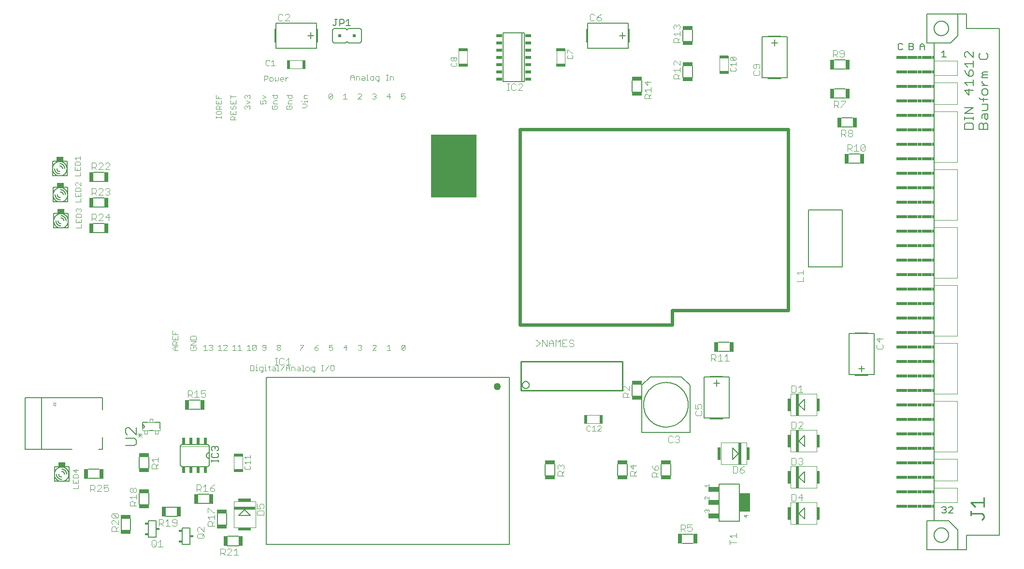
<source format=gto>
G75*
%MOIN*%
%OFA0B0*%
%FSLAX25Y25*%
%IPPOS*%
%LPD*%
%AMOC8*
5,1,8,0,0,1.08239X$1,22.5*
%
%ADD10C,0.00300*%
%ADD11R,0.31496X0.43307*%
%ADD12C,0.00600*%
%ADD13C,0.00500*%
%ADD14R,0.02400X0.02400*%
%ADD15C,0.00000*%
%ADD16C,0.00800*%
%ADD17C,0.00400*%
%ADD18R,0.06900X0.02900*%
%ADD19R,0.01969X0.06299*%
%ADD20C,0.05000*%
%ADD21C,0.01000*%
%ADD22C,0.02400*%
%ADD23R,0.02900X0.06900*%
%ADD24R,0.02100X0.08600*%
%ADD25R,0.02165X0.14961*%
%ADD26C,0.00200*%
%ADD27C,0.00700*%
%ADD28R,0.01500X0.02000*%
%ADD29R,0.07000X0.02000*%
%ADD30R,0.04500X0.02000*%
%ADD31R,0.03000X0.02000*%
%ADD32R,0.04331X0.01929*%
%ADD33R,0.06299X0.01969*%
%ADD34R,0.02000X0.04500*%
%ADD35R,0.02300X0.01800*%
%ADD36R,0.07300X0.12600*%
%ADD37R,0.07300X0.03400*%
%ADD38R,0.08600X0.02100*%
%ADD39R,0.14961X0.02165*%
%ADD40R,0.05000X0.03000*%
%ADD41R,0.05000X0.00500*%
%ADD42C,0.00100*%
D10*
X0200139Y0142117D02*
X0200756Y0141500D01*
X0203225Y0141500D01*
X0203842Y0142117D01*
X0203842Y0143351D01*
X0203225Y0143969D01*
X0203842Y0145183D02*
X0203842Y0147652D01*
X0203842Y0148866D02*
X0203842Y0151335D01*
X0203842Y0150100D02*
X0200139Y0150100D01*
X0201373Y0148866D01*
X0200139Y0146417D02*
X0203842Y0146417D01*
X0201373Y0145183D02*
X0200139Y0146417D01*
X0200756Y0143969D02*
X0200139Y0143351D01*
X0200139Y0142117D01*
X0129328Y0163650D02*
X0126192Y0166786D01*
X0129328Y0163650D01*
X0129328Y0165218D02*
X0126192Y0165218D01*
X0129328Y0165218D01*
X0129328Y0166786D02*
X0126192Y0163650D01*
X0129328Y0166786D01*
X0127760Y0166786D02*
X0127760Y0163650D01*
X0127760Y0166786D01*
X0151543Y0223750D02*
X0150308Y0224984D01*
X0151543Y0226219D01*
X0154012Y0226219D01*
X0154012Y0227433D02*
X0150308Y0227433D01*
X0150308Y0229285D01*
X0150926Y0229902D01*
X0152160Y0229902D01*
X0152777Y0229285D01*
X0152777Y0227433D01*
X0152777Y0228668D02*
X0154012Y0229902D01*
X0154012Y0231116D02*
X0154012Y0233585D01*
X0154012Y0234799D02*
X0150308Y0234799D01*
X0150308Y0237268D01*
X0152160Y0236034D02*
X0152160Y0234799D01*
X0150308Y0233585D02*
X0150308Y0231116D01*
X0154012Y0231116D01*
X0152160Y0231116D02*
X0152160Y0232351D01*
X0152160Y0226219D02*
X0152160Y0223750D01*
X0151543Y0223750D02*
X0154012Y0223750D01*
X0162808Y0224367D02*
X0163426Y0223750D01*
X0165894Y0223750D01*
X0166512Y0224367D01*
X0166512Y0225602D01*
X0165894Y0226219D01*
X0164660Y0226219D01*
X0164660Y0224984D01*
X0163426Y0226219D02*
X0162808Y0225602D01*
X0162808Y0224367D01*
X0162808Y0227433D02*
X0166512Y0229902D01*
X0162808Y0229902D01*
X0162808Y0231116D02*
X0162808Y0232968D01*
X0163426Y0233585D01*
X0165894Y0233585D01*
X0166512Y0232968D01*
X0166512Y0231116D01*
X0162808Y0231116D01*
X0162808Y0227433D02*
X0166512Y0227433D01*
X0171812Y0226219D02*
X0173046Y0227453D01*
X0173046Y0223750D01*
X0171812Y0223750D02*
X0174280Y0223750D01*
X0175495Y0224367D02*
X0176112Y0223750D01*
X0177346Y0223750D01*
X0177963Y0224367D01*
X0177963Y0224984D01*
X0177346Y0225602D01*
X0176729Y0225602D01*
X0177346Y0225602D02*
X0177963Y0226219D01*
X0177963Y0226836D01*
X0177346Y0227453D01*
X0176112Y0227453D01*
X0175495Y0226836D01*
X0181812Y0226219D02*
X0183046Y0227453D01*
X0183046Y0223750D01*
X0181812Y0223750D02*
X0184280Y0223750D01*
X0185495Y0223750D02*
X0187963Y0226219D01*
X0187963Y0226836D01*
X0187346Y0227453D01*
X0186112Y0227453D01*
X0185495Y0226836D01*
X0185495Y0223750D02*
X0187963Y0223750D01*
X0191812Y0223750D02*
X0194280Y0223750D01*
X0195495Y0223750D02*
X0197963Y0223750D01*
X0196729Y0223750D02*
X0196729Y0227453D01*
X0195495Y0226219D01*
X0193046Y0227453D02*
X0193046Y0223750D01*
X0191812Y0226219D02*
X0193046Y0227453D01*
X0201812Y0226219D02*
X0203046Y0227453D01*
X0203046Y0223750D01*
X0201812Y0223750D02*
X0204280Y0223750D01*
X0205495Y0224367D02*
X0207963Y0226836D01*
X0207963Y0224367D01*
X0207346Y0223750D01*
X0206112Y0223750D01*
X0205495Y0224367D01*
X0205495Y0226836D01*
X0206112Y0227453D01*
X0207346Y0227453D01*
X0207963Y0226836D01*
X0212312Y0226836D02*
X0212312Y0226219D01*
X0212929Y0225602D01*
X0214780Y0225602D01*
X0214780Y0226836D02*
X0214163Y0227453D01*
X0212929Y0227453D01*
X0212312Y0226836D01*
X0214780Y0226836D02*
X0214780Y0224367D01*
X0214163Y0223750D01*
X0212929Y0223750D01*
X0212312Y0224367D01*
X0222312Y0224367D02*
X0222312Y0224984D01*
X0222929Y0225602D01*
X0224163Y0225602D01*
X0224780Y0224984D01*
X0224780Y0224367D01*
X0224163Y0223750D01*
X0222929Y0223750D01*
X0222312Y0224367D01*
X0222929Y0225602D02*
X0222312Y0226219D01*
X0222312Y0226836D01*
X0222929Y0227453D01*
X0224163Y0227453D01*
X0224780Y0226836D01*
X0224780Y0226219D01*
X0224163Y0225602D01*
X0223048Y0213453D02*
X0223048Y0209750D01*
X0222431Y0209750D02*
X0223665Y0209750D01*
X0224886Y0209750D02*
X0227355Y0213453D01*
X0228569Y0212219D02*
X0229804Y0213453D01*
X0231038Y0212219D01*
X0231038Y0209750D01*
X0232252Y0209750D02*
X0232252Y0212219D01*
X0234104Y0212219D01*
X0234721Y0211602D01*
X0234721Y0209750D01*
X0235935Y0210367D02*
X0236553Y0210984D01*
X0238404Y0210984D01*
X0238404Y0211602D02*
X0238404Y0209750D01*
X0236553Y0209750D01*
X0235935Y0210367D01*
X0236553Y0212219D02*
X0237787Y0212219D01*
X0238404Y0211602D01*
X0239619Y0213453D02*
X0240236Y0213453D01*
X0240236Y0209750D01*
X0239619Y0209750D02*
X0240853Y0209750D01*
X0242074Y0210367D02*
X0242691Y0209750D01*
X0243926Y0209750D01*
X0244543Y0210367D01*
X0244543Y0211602D01*
X0243926Y0212219D01*
X0242691Y0212219D01*
X0242074Y0211602D01*
X0242074Y0210367D01*
X0245757Y0210367D02*
X0245757Y0211602D01*
X0246374Y0212219D01*
X0248226Y0212219D01*
X0248226Y0209133D01*
X0247609Y0208516D01*
X0246992Y0208516D01*
X0246374Y0209750D02*
X0248226Y0209750D01*
X0246374Y0209750D02*
X0245757Y0210367D01*
X0253123Y0209750D02*
X0254358Y0209750D01*
X0253741Y0209750D02*
X0253741Y0213453D01*
X0254358Y0213453D02*
X0253123Y0213453D01*
X0255579Y0209750D02*
X0258048Y0213453D01*
X0259262Y0212836D02*
X0259262Y0210367D01*
X0259879Y0209750D01*
X0261114Y0209750D01*
X0261731Y0210367D01*
X0261731Y0212836D01*
X0261114Y0213453D01*
X0259879Y0213453D01*
X0259262Y0212836D01*
X0258929Y0223750D02*
X0258312Y0224367D01*
X0258929Y0223750D02*
X0260163Y0223750D01*
X0260780Y0224367D01*
X0260780Y0225602D01*
X0260163Y0226219D01*
X0259546Y0226219D01*
X0258312Y0225602D01*
X0258312Y0227453D01*
X0260780Y0227453D01*
X0268312Y0225602D02*
X0270780Y0225602D01*
X0270163Y0227453D02*
X0268312Y0225602D01*
X0270163Y0227453D02*
X0270163Y0223750D01*
X0278312Y0224367D02*
X0278929Y0223750D01*
X0280163Y0223750D01*
X0280780Y0224367D01*
X0280780Y0224984D01*
X0280163Y0225602D01*
X0279546Y0225602D01*
X0280163Y0225602D02*
X0280780Y0226219D01*
X0280780Y0226836D01*
X0280163Y0227453D01*
X0278929Y0227453D01*
X0278312Y0226836D01*
X0288312Y0226836D02*
X0288929Y0227453D01*
X0290163Y0227453D01*
X0290780Y0226836D01*
X0290780Y0226219D01*
X0288312Y0223750D01*
X0290780Y0223750D01*
X0298312Y0223750D02*
X0300780Y0223750D01*
X0299546Y0223750D02*
X0299546Y0227453D01*
X0298312Y0226219D01*
X0308312Y0226836D02*
X0308929Y0227453D01*
X0310163Y0227453D01*
X0310780Y0226836D01*
X0308312Y0224367D01*
X0308929Y0223750D01*
X0310163Y0223750D01*
X0310780Y0224367D01*
X0310780Y0226836D01*
X0308312Y0226836D02*
X0308312Y0224367D01*
X0250780Y0224367D02*
X0250780Y0224984D01*
X0250163Y0225602D01*
X0248312Y0225602D01*
X0248312Y0224367D01*
X0248929Y0223750D01*
X0250163Y0223750D01*
X0250780Y0224367D01*
X0248312Y0225602D02*
X0249546Y0226836D01*
X0250780Y0227453D01*
X0240780Y0227453D02*
X0240780Y0226836D01*
X0238312Y0224367D01*
X0238312Y0223750D01*
X0238312Y0227453D02*
X0240780Y0227453D01*
X0231038Y0211602D02*
X0228569Y0211602D01*
X0228569Y0212219D02*
X0228569Y0209750D01*
X0223048Y0213453D02*
X0222431Y0213453D01*
X0220599Y0212219D02*
X0221216Y0211602D01*
X0221216Y0209750D01*
X0219365Y0209750D01*
X0218747Y0210367D01*
X0219365Y0210984D01*
X0221216Y0210984D01*
X0220599Y0212219D02*
X0219365Y0212219D01*
X0217526Y0212219D02*
X0216292Y0212219D01*
X0216909Y0212836D02*
X0216909Y0210367D01*
X0217526Y0209750D01*
X0215071Y0209750D02*
X0213837Y0209750D01*
X0214454Y0209750D02*
X0214454Y0212219D01*
X0213837Y0212219D01*
X0212622Y0212219D02*
X0210771Y0212219D01*
X0210153Y0211602D01*
X0210153Y0210367D01*
X0210771Y0209750D01*
X0212622Y0209750D01*
X0212622Y0209133D02*
X0212622Y0212219D01*
X0214454Y0213453D02*
X0214454Y0214070D01*
X0212622Y0209133D02*
X0212005Y0208516D01*
X0211388Y0208516D01*
X0208932Y0209750D02*
X0207698Y0209750D01*
X0208315Y0209750D02*
X0208315Y0212219D01*
X0207698Y0212219D01*
X0206484Y0212836D02*
X0205866Y0213453D01*
X0204015Y0213453D01*
X0204015Y0209750D01*
X0205866Y0209750D01*
X0206484Y0210367D01*
X0206484Y0212836D01*
X0208315Y0213453D02*
X0208315Y0214070D01*
X0194012Y0382874D02*
X0190308Y0382874D01*
X0190308Y0384726D01*
X0190926Y0385343D01*
X0192160Y0385343D01*
X0192777Y0384726D01*
X0192777Y0382874D01*
X0192777Y0384108D02*
X0194012Y0385343D01*
X0194012Y0386557D02*
X0194012Y0389026D01*
X0193394Y0390240D02*
X0194012Y0390858D01*
X0194012Y0392092D01*
X0193394Y0392709D01*
X0192777Y0392709D01*
X0192160Y0392092D01*
X0192160Y0390858D01*
X0191543Y0390240D01*
X0190926Y0390240D01*
X0190308Y0390858D01*
X0190308Y0392092D01*
X0190926Y0392709D01*
X0190308Y0393923D02*
X0194012Y0393923D01*
X0194012Y0396392D01*
X0192160Y0395158D02*
X0192160Y0393923D01*
X0190308Y0393923D02*
X0190308Y0396392D01*
X0190308Y0397607D02*
X0190308Y0400075D01*
X0190308Y0398841D02*
X0194012Y0398841D01*
X0200128Y0399418D02*
X0200746Y0400036D01*
X0201363Y0400036D01*
X0201980Y0399418D01*
X0202597Y0400036D01*
X0203214Y0400036D01*
X0203832Y0399418D01*
X0203832Y0398184D01*
X0203214Y0397567D01*
X0201980Y0398801D02*
X0201980Y0399418D01*
X0200128Y0399418D02*
X0200128Y0398184D01*
X0200746Y0397567D01*
X0201363Y0396352D02*
X0203832Y0395118D01*
X0201363Y0393884D01*
X0201363Y0392669D02*
X0201980Y0392052D01*
X0202597Y0392669D01*
X0203214Y0392669D01*
X0203832Y0392052D01*
X0203832Y0390818D01*
X0203214Y0390201D01*
X0201980Y0391435D02*
X0201980Y0392052D01*
X0201363Y0392669D02*
X0200746Y0392669D01*
X0200128Y0392052D01*
X0200128Y0390818D01*
X0200746Y0390201D01*
X0194012Y0386557D02*
X0190308Y0386557D01*
X0190308Y0389026D01*
X0192160Y0387792D02*
X0192160Y0386557D01*
X0184012Y0387174D02*
X0184012Y0388409D01*
X0183394Y0389026D01*
X0180926Y0389026D01*
X0180308Y0388409D01*
X0180308Y0387174D01*
X0180926Y0386557D01*
X0183394Y0386557D01*
X0184012Y0387174D01*
X0184012Y0385336D02*
X0184012Y0384102D01*
X0184012Y0384719D02*
X0180308Y0384719D01*
X0180308Y0384102D02*
X0180308Y0385336D01*
X0180308Y0390240D02*
X0180308Y0392092D01*
X0180926Y0392709D01*
X0182160Y0392709D01*
X0182777Y0392092D01*
X0182777Y0390240D01*
X0184012Y0390240D02*
X0180308Y0390240D01*
X0182777Y0391475D02*
X0184012Y0392709D01*
X0184012Y0393923D02*
X0184012Y0396392D01*
X0184012Y0397607D02*
X0180308Y0397607D01*
X0180308Y0400075D01*
X0182160Y0398841D02*
X0182160Y0397607D01*
X0180308Y0396392D02*
X0180308Y0393923D01*
X0184012Y0393923D01*
X0182160Y0393923D02*
X0182160Y0395158D01*
X0211128Y0396352D02*
X0211128Y0393884D01*
X0212980Y0393884D01*
X0212363Y0395118D01*
X0212363Y0395735D01*
X0212980Y0396352D01*
X0214214Y0396352D01*
X0214832Y0395735D01*
X0214832Y0394501D01*
X0214214Y0393884D01*
X0212363Y0397567D02*
X0214832Y0398801D01*
X0212363Y0400036D01*
X0218848Y0400036D02*
X0222551Y0400036D01*
X0222551Y0398184D01*
X0221934Y0397567D01*
X0220700Y0397567D01*
X0220083Y0398184D01*
X0220083Y0400036D01*
X0220700Y0396352D02*
X0222551Y0396352D01*
X0220700Y0396352D02*
X0220083Y0395735D01*
X0220083Y0393884D01*
X0222551Y0393884D01*
X0221934Y0392669D02*
X0220700Y0392669D01*
X0220700Y0391435D01*
X0221934Y0392669D02*
X0222551Y0392052D01*
X0222551Y0390818D01*
X0221934Y0390201D01*
X0219465Y0390201D01*
X0218848Y0390818D01*
X0218848Y0392052D01*
X0219465Y0392669D01*
X0228848Y0392052D02*
X0228848Y0390818D01*
X0229465Y0390201D01*
X0231934Y0390201D01*
X0232551Y0390818D01*
X0232551Y0392052D01*
X0231934Y0392669D01*
X0230700Y0392669D01*
X0230700Y0391435D01*
X0229465Y0392669D02*
X0228848Y0392052D01*
X0230083Y0393884D02*
X0230083Y0395735D01*
X0230700Y0396352D01*
X0232551Y0396352D01*
X0231934Y0397567D02*
X0230700Y0397567D01*
X0230083Y0398184D01*
X0230083Y0400036D01*
X0228848Y0400036D02*
X0232551Y0400036D01*
X0232551Y0398184D01*
X0231934Y0397567D01*
X0232551Y0393884D02*
X0230083Y0393884D01*
X0239011Y0395729D02*
X0239628Y0395729D01*
X0240863Y0395729D02*
X0243332Y0395729D01*
X0243332Y0396346D02*
X0243332Y0395111D01*
X0242097Y0393897D02*
X0239628Y0393897D01*
X0240863Y0395111D02*
X0240863Y0395729D01*
X0240863Y0397567D02*
X0240863Y0399418D01*
X0241480Y0400036D01*
X0243332Y0400036D01*
X0243332Y0397567D02*
X0240863Y0397567D01*
X0242097Y0393897D02*
X0243332Y0392663D01*
X0242097Y0391428D01*
X0239628Y0391428D01*
X0258128Y0397867D02*
X0260597Y0400336D01*
X0260597Y0397867D01*
X0259980Y0397250D01*
X0258746Y0397250D01*
X0258128Y0397867D01*
X0258128Y0400336D01*
X0258746Y0400953D01*
X0259980Y0400953D01*
X0260597Y0400336D01*
X0268128Y0399719D02*
X0269363Y0400953D01*
X0269363Y0397250D01*
X0270597Y0397250D02*
X0268128Y0397250D01*
X0278128Y0397250D02*
X0280597Y0399719D01*
X0280597Y0400336D01*
X0279980Y0400953D01*
X0278746Y0400953D01*
X0278128Y0400336D01*
X0278128Y0397250D02*
X0280597Y0397250D01*
X0288128Y0397867D02*
X0288746Y0397250D01*
X0289980Y0397250D01*
X0290597Y0397867D01*
X0290597Y0398484D01*
X0289980Y0399102D01*
X0289363Y0399102D01*
X0289980Y0399102D02*
X0290597Y0399719D01*
X0290597Y0400336D01*
X0289980Y0400953D01*
X0288746Y0400953D01*
X0288128Y0400336D01*
X0291581Y0409196D02*
X0292198Y0409196D01*
X0292815Y0409813D01*
X0292815Y0412899D01*
X0290964Y0412899D01*
X0290346Y0412281D01*
X0290346Y0411047D01*
X0290964Y0410430D01*
X0292815Y0410430D01*
X0289132Y0411047D02*
X0289132Y0412281D01*
X0288515Y0412899D01*
X0287280Y0412899D01*
X0286663Y0412281D01*
X0286663Y0411047D01*
X0287280Y0410430D01*
X0288515Y0410430D01*
X0289132Y0411047D01*
X0285442Y0410430D02*
X0284208Y0410430D01*
X0284825Y0410430D02*
X0284825Y0414133D01*
X0284208Y0414133D01*
X0282376Y0412899D02*
X0282993Y0412281D01*
X0282993Y0410430D01*
X0281142Y0410430D01*
X0280525Y0411047D01*
X0281142Y0411664D01*
X0282993Y0411664D01*
X0282376Y0412899D02*
X0281142Y0412899D01*
X0279310Y0412281D02*
X0279310Y0410430D01*
X0279310Y0412281D02*
X0278693Y0412899D01*
X0276842Y0412899D01*
X0276842Y0410430D01*
X0275627Y0410430D02*
X0275627Y0412899D01*
X0274393Y0414133D01*
X0273158Y0412899D01*
X0273158Y0410430D01*
X0273158Y0412281D02*
X0275627Y0412281D01*
X0297713Y0410430D02*
X0298947Y0410430D01*
X0298330Y0410430D02*
X0298330Y0414133D01*
X0297713Y0414133D02*
X0298947Y0414133D01*
X0300168Y0412899D02*
X0302020Y0412899D01*
X0302637Y0412281D01*
X0302637Y0410430D01*
X0300168Y0410430D02*
X0300168Y0412899D01*
X0299980Y0400953D02*
X0298128Y0399102D01*
X0300597Y0399102D01*
X0299980Y0400953D02*
X0299980Y0397250D01*
X0308128Y0397867D02*
X0308746Y0397250D01*
X0309980Y0397250D01*
X0310597Y0397867D01*
X0310597Y0399102D01*
X0309980Y0399719D01*
X0309363Y0399719D01*
X0308128Y0399102D01*
X0308128Y0400953D01*
X0310597Y0400953D01*
X0342478Y0420568D02*
X0343095Y0419951D01*
X0345564Y0419951D01*
X0346181Y0420568D01*
X0346181Y0421802D01*
X0345564Y0422420D01*
X0345564Y0423634D02*
X0344946Y0423634D01*
X0344329Y0424251D01*
X0344329Y0425486D01*
X0344946Y0426103D01*
X0345564Y0426103D01*
X0346181Y0425486D01*
X0346181Y0424251D01*
X0345564Y0423634D01*
X0344329Y0424251D02*
X0343712Y0423634D01*
X0343095Y0423634D01*
X0342478Y0424251D01*
X0342478Y0425486D01*
X0343095Y0426103D01*
X0343712Y0426103D01*
X0344329Y0425486D01*
X0343095Y0422420D02*
X0342478Y0421802D01*
X0342478Y0420568D01*
X0422639Y0425800D02*
X0423256Y0425183D01*
X0425725Y0425183D01*
X0426342Y0425800D01*
X0426342Y0427034D01*
X0425725Y0427652D01*
X0425725Y0428866D02*
X0426342Y0428866D01*
X0425725Y0428866D02*
X0423256Y0431335D01*
X0422639Y0431335D01*
X0422639Y0428866D01*
X0423256Y0427652D02*
X0422639Y0427034D01*
X0422639Y0425800D01*
X0535139Y0425718D02*
X0535756Y0426335D01*
X0538225Y0423866D01*
X0538842Y0424483D01*
X0538842Y0425718D01*
X0538225Y0426335D01*
X0535756Y0426335D01*
X0535139Y0425718D02*
X0535139Y0424483D01*
X0535756Y0423866D01*
X0538225Y0423866D01*
X0538842Y0422652D02*
X0538842Y0420183D01*
X0538842Y0421417D02*
X0535139Y0421417D01*
X0536373Y0420183D01*
X0535756Y0418969D02*
X0535139Y0418351D01*
X0535139Y0417117D01*
X0535756Y0416500D01*
X0538225Y0416500D01*
X0538842Y0417117D01*
X0538842Y0418351D01*
X0538225Y0418969D01*
X0230094Y0412219D02*
X0229477Y0412219D01*
X0228242Y0410984D01*
X0227028Y0410984D02*
X0224559Y0410984D01*
X0224559Y0410367D02*
X0224559Y0411602D01*
X0225176Y0412219D01*
X0226411Y0412219D01*
X0227028Y0411602D01*
X0227028Y0410984D01*
X0226411Y0409750D02*
X0225176Y0409750D01*
X0224559Y0410367D01*
X0223345Y0410367D02*
X0223345Y0412219D01*
X0223345Y0410367D02*
X0222728Y0409750D01*
X0222110Y0410367D01*
X0221493Y0409750D01*
X0220876Y0410367D01*
X0220876Y0412219D01*
X0219662Y0411602D02*
X0219044Y0412219D01*
X0217810Y0412219D01*
X0217193Y0411602D01*
X0217193Y0410367D01*
X0217810Y0409750D01*
X0219044Y0409750D01*
X0219662Y0410367D01*
X0219662Y0411602D01*
X0215978Y0411602D02*
X0215978Y0412836D01*
X0215361Y0413453D01*
X0213510Y0413453D01*
X0213510Y0409750D01*
X0213510Y0410984D02*
X0215361Y0410984D01*
X0215978Y0411602D01*
X0215362Y0420419D02*
X0216596Y0420419D01*
X0217213Y0421036D01*
X0218428Y0420419D02*
X0220896Y0420419D01*
X0219662Y0420419D02*
X0219662Y0424122D01*
X0218428Y0422888D01*
X0217213Y0423505D02*
X0216596Y0424122D01*
X0215362Y0424122D01*
X0214744Y0423505D01*
X0214744Y0421036D01*
X0215362Y0420419D01*
X0228242Y0412219D02*
X0228242Y0409750D01*
X0436678Y0171622D02*
X0436061Y0171005D01*
X0436061Y0168536D01*
X0436678Y0167919D01*
X0437913Y0167919D01*
X0438530Y0168536D01*
X0439744Y0167919D02*
X0442213Y0167919D01*
X0443428Y0167919D02*
X0445896Y0170388D01*
X0445896Y0171005D01*
X0445279Y0171622D01*
X0444045Y0171622D01*
X0443428Y0171005D01*
X0440979Y0171622D02*
X0440979Y0167919D01*
X0443428Y0167919D02*
X0445896Y0167919D01*
X0440979Y0171622D02*
X0439744Y0170388D01*
X0438530Y0171005D02*
X0437913Y0171622D01*
X0436678Y0171622D01*
D11*
X0344362Y0351139D03*
D12*
X0279662Y0436100D02*
X0271662Y0436100D01*
X0270662Y0437100D01*
X0269662Y0436100D01*
X0261662Y0436100D01*
X0260662Y0437100D01*
X0260662Y0445100D01*
X0261662Y0446100D01*
X0269662Y0446100D01*
X0270662Y0445100D01*
X0271662Y0446100D01*
X0279662Y0446100D01*
X0280662Y0445100D01*
X0280662Y0437100D01*
X0279662Y0436100D01*
X0250362Y0436600D02*
X0250362Y0445600D01*
X0220961Y0445600D02*
X0220961Y0436600D01*
X0103248Y0346594D02*
X0095698Y0346594D01*
X0095698Y0340194D02*
X0103248Y0340194D01*
X0103248Y0328927D02*
X0095698Y0328927D01*
X0095698Y0322527D02*
X0103248Y0322527D01*
X0103248Y0311260D02*
X0095698Y0311260D01*
X0095698Y0304860D02*
X0103248Y0304860D01*
X0078401Y0308150D02*
X0076901Y0308150D01*
X0073401Y0308150D01*
X0069901Y0308150D01*
X0068401Y0308150D01*
X0068401Y0313150D01*
X0068401Y0318150D01*
X0069901Y0318150D01*
X0073401Y0318150D01*
X0076901Y0318150D01*
X0078401Y0318150D01*
X0078401Y0313150D01*
X0078401Y0308150D01*
X0076655Y0309354D02*
X0076550Y0309266D01*
X0076443Y0309182D01*
X0076334Y0309100D01*
X0076222Y0309022D01*
X0076109Y0308947D01*
X0075993Y0308874D01*
X0075876Y0308805D01*
X0075757Y0308740D01*
X0075635Y0308677D01*
X0075513Y0308618D01*
X0075388Y0308562D01*
X0075263Y0308510D01*
X0075136Y0308460D01*
X0075007Y0308415D01*
X0074877Y0308373D01*
X0074747Y0308335D01*
X0074615Y0308300D01*
X0074482Y0308268D01*
X0074349Y0308241D01*
X0074215Y0308217D01*
X0074080Y0308196D01*
X0073945Y0308180D01*
X0073809Y0308167D01*
X0073673Y0308157D01*
X0073537Y0308152D01*
X0073401Y0308150D01*
X0076525Y0309246D02*
X0076633Y0309335D01*
X0076738Y0309427D01*
X0076841Y0309522D01*
X0076941Y0309619D01*
X0077039Y0309720D01*
X0077133Y0309823D01*
X0077225Y0309929D01*
X0077314Y0310037D01*
X0077399Y0310148D01*
X0077482Y0310261D01*
X0077561Y0310376D01*
X0077637Y0310494D01*
X0077710Y0310614D01*
X0077779Y0310735D01*
X0077845Y0310859D01*
X0077908Y0310984D01*
X0077966Y0311111D01*
X0078022Y0311240D01*
X0078073Y0311370D01*
X0078121Y0311501D01*
X0078166Y0311634D01*
X0078206Y0311768D01*
X0078243Y0311903D01*
X0078276Y0312039D01*
X0078305Y0312176D01*
X0078331Y0312314D01*
X0078352Y0312452D01*
X0078370Y0312591D01*
X0078383Y0312731D01*
X0078393Y0312870D01*
X0078399Y0313010D01*
X0078401Y0313150D01*
X0076693Y0316913D02*
X0076588Y0317003D01*
X0076480Y0317089D01*
X0076370Y0317173D01*
X0076258Y0317253D01*
X0076143Y0317331D01*
X0076027Y0317405D01*
X0075908Y0317476D01*
X0075788Y0317544D01*
X0075665Y0317608D01*
X0075541Y0317669D01*
X0075415Y0317726D01*
X0075288Y0317780D01*
X0075159Y0317831D01*
X0075029Y0317877D01*
X0074898Y0317921D01*
X0074766Y0317960D01*
X0074632Y0317996D01*
X0074498Y0318028D01*
X0074362Y0318057D01*
X0074226Y0318081D01*
X0074090Y0318102D01*
X0073953Y0318119D01*
X0073815Y0318133D01*
X0073677Y0318142D01*
X0073539Y0318148D01*
X0073401Y0318150D01*
X0076525Y0317054D02*
X0076633Y0316965D01*
X0076738Y0316873D01*
X0076841Y0316778D01*
X0076941Y0316681D01*
X0077039Y0316580D01*
X0077133Y0316477D01*
X0077225Y0316371D01*
X0077314Y0316263D01*
X0077399Y0316152D01*
X0077482Y0316039D01*
X0077561Y0315924D01*
X0077637Y0315806D01*
X0077710Y0315686D01*
X0077779Y0315565D01*
X0077845Y0315441D01*
X0077908Y0315316D01*
X0077966Y0315189D01*
X0078022Y0315060D01*
X0078073Y0314930D01*
X0078121Y0314799D01*
X0078166Y0314666D01*
X0078206Y0314532D01*
X0078243Y0314397D01*
X0078276Y0314261D01*
X0078305Y0314124D01*
X0078331Y0313986D01*
X0078352Y0313848D01*
X0078370Y0313709D01*
X0078383Y0313569D01*
X0078393Y0313430D01*
X0078399Y0313290D01*
X0078401Y0313150D01*
X0076901Y0313150D02*
X0076899Y0313267D01*
X0076893Y0313384D01*
X0076883Y0313500D01*
X0076870Y0313617D01*
X0076852Y0313732D01*
X0076831Y0313847D01*
X0076806Y0313961D01*
X0076777Y0314075D01*
X0076744Y0314187D01*
X0076707Y0314298D01*
X0076667Y0314408D01*
X0076623Y0314516D01*
X0076576Y0314623D01*
X0076525Y0314729D01*
X0076470Y0314832D01*
X0076412Y0314934D01*
X0076351Y0315033D01*
X0076287Y0315131D01*
X0076219Y0315226D01*
X0076148Y0315319D01*
X0076074Y0315410D01*
X0075997Y0315498D01*
X0075917Y0315583D01*
X0075834Y0315666D01*
X0075749Y0315746D01*
X0075661Y0315823D01*
X0075570Y0315897D01*
X0075477Y0315968D01*
X0075382Y0316036D01*
X0075284Y0316100D01*
X0075185Y0316161D01*
X0075083Y0316219D01*
X0074980Y0316274D01*
X0074874Y0316325D01*
X0074767Y0316372D01*
X0074659Y0316416D01*
X0074549Y0316456D01*
X0074438Y0316493D01*
X0074326Y0316526D01*
X0074212Y0316555D01*
X0074098Y0316580D01*
X0073983Y0316601D01*
X0073868Y0316619D01*
X0073751Y0316632D01*
X0073635Y0316642D01*
X0073518Y0316648D01*
X0073401Y0316650D01*
X0070277Y0317054D02*
X0070169Y0316965D01*
X0070064Y0316873D01*
X0069961Y0316778D01*
X0069861Y0316681D01*
X0069763Y0316580D01*
X0069669Y0316477D01*
X0069577Y0316371D01*
X0069488Y0316263D01*
X0069403Y0316152D01*
X0069320Y0316039D01*
X0069241Y0315924D01*
X0069165Y0315806D01*
X0069092Y0315686D01*
X0069023Y0315565D01*
X0068957Y0315441D01*
X0068894Y0315316D01*
X0068836Y0315189D01*
X0068780Y0315060D01*
X0068729Y0314930D01*
X0068681Y0314799D01*
X0068636Y0314666D01*
X0068596Y0314532D01*
X0068559Y0314397D01*
X0068526Y0314261D01*
X0068497Y0314124D01*
X0068471Y0313986D01*
X0068450Y0313848D01*
X0068432Y0313709D01*
X0068419Y0313569D01*
X0068409Y0313430D01*
X0068403Y0313290D01*
X0068401Y0313150D01*
X0070200Y0316991D02*
X0070308Y0317079D01*
X0070419Y0317163D01*
X0070531Y0317244D01*
X0070646Y0317323D01*
X0070763Y0317398D01*
X0070882Y0317469D01*
X0071003Y0317538D01*
X0071126Y0317602D01*
X0071251Y0317664D01*
X0071377Y0317722D01*
X0071505Y0317776D01*
X0071634Y0317827D01*
X0071765Y0317875D01*
X0071897Y0317918D01*
X0072030Y0317958D01*
X0072164Y0317994D01*
X0072299Y0318027D01*
X0072435Y0318056D01*
X0072571Y0318081D01*
X0072709Y0318102D01*
X0072847Y0318119D01*
X0072985Y0318133D01*
X0073124Y0318142D01*
X0073262Y0318148D01*
X0073401Y0318150D01*
X0073401Y0315150D02*
X0073488Y0315148D01*
X0073575Y0315142D01*
X0073662Y0315133D01*
X0073748Y0315120D01*
X0073834Y0315103D01*
X0073919Y0315082D01*
X0074002Y0315057D01*
X0074085Y0315029D01*
X0074166Y0314998D01*
X0074246Y0314963D01*
X0074324Y0314924D01*
X0074401Y0314882D01*
X0074476Y0314837D01*
X0074548Y0314788D01*
X0074619Y0314737D01*
X0074687Y0314682D01*
X0074752Y0314625D01*
X0074815Y0314564D01*
X0074876Y0314501D01*
X0074933Y0314436D01*
X0074988Y0314368D01*
X0075039Y0314297D01*
X0075088Y0314225D01*
X0075133Y0314150D01*
X0075175Y0314073D01*
X0075214Y0313995D01*
X0075249Y0313915D01*
X0075280Y0313834D01*
X0075308Y0313751D01*
X0075333Y0313668D01*
X0075354Y0313583D01*
X0075371Y0313497D01*
X0075384Y0313411D01*
X0075393Y0313324D01*
X0075399Y0313237D01*
X0075401Y0313150D01*
X0073401Y0311150D02*
X0073314Y0311152D01*
X0073227Y0311158D01*
X0073140Y0311167D01*
X0073054Y0311180D01*
X0072968Y0311197D01*
X0072883Y0311218D01*
X0072800Y0311243D01*
X0072717Y0311271D01*
X0072636Y0311302D01*
X0072556Y0311337D01*
X0072478Y0311376D01*
X0072401Y0311418D01*
X0072326Y0311463D01*
X0072254Y0311512D01*
X0072183Y0311563D01*
X0072115Y0311618D01*
X0072050Y0311675D01*
X0071987Y0311736D01*
X0071926Y0311799D01*
X0071869Y0311864D01*
X0071814Y0311932D01*
X0071763Y0312003D01*
X0071714Y0312075D01*
X0071669Y0312150D01*
X0071627Y0312227D01*
X0071588Y0312305D01*
X0071553Y0312385D01*
X0071522Y0312466D01*
X0071494Y0312549D01*
X0071469Y0312632D01*
X0071448Y0312717D01*
X0071431Y0312803D01*
X0071418Y0312889D01*
X0071409Y0312976D01*
X0071403Y0313063D01*
X0071401Y0313150D01*
X0070147Y0309354D02*
X0070252Y0309266D01*
X0070359Y0309182D01*
X0070468Y0309100D01*
X0070580Y0309022D01*
X0070693Y0308947D01*
X0070809Y0308874D01*
X0070926Y0308805D01*
X0071045Y0308740D01*
X0071167Y0308677D01*
X0071289Y0308618D01*
X0071414Y0308562D01*
X0071539Y0308510D01*
X0071666Y0308460D01*
X0071795Y0308415D01*
X0071925Y0308373D01*
X0072055Y0308335D01*
X0072187Y0308300D01*
X0072320Y0308268D01*
X0072453Y0308241D01*
X0072587Y0308217D01*
X0072722Y0308196D01*
X0072857Y0308180D01*
X0072993Y0308167D01*
X0073129Y0308157D01*
X0073265Y0308152D01*
X0073401Y0308150D01*
X0070277Y0309246D02*
X0070169Y0309335D01*
X0070064Y0309427D01*
X0069961Y0309522D01*
X0069861Y0309619D01*
X0069763Y0309720D01*
X0069669Y0309823D01*
X0069577Y0309929D01*
X0069488Y0310037D01*
X0069403Y0310148D01*
X0069320Y0310261D01*
X0069241Y0310376D01*
X0069165Y0310494D01*
X0069092Y0310614D01*
X0069023Y0310735D01*
X0068957Y0310859D01*
X0068894Y0310984D01*
X0068836Y0311111D01*
X0068780Y0311240D01*
X0068729Y0311370D01*
X0068681Y0311501D01*
X0068636Y0311634D01*
X0068596Y0311768D01*
X0068559Y0311903D01*
X0068526Y0312039D01*
X0068497Y0312176D01*
X0068471Y0312314D01*
X0068450Y0312452D01*
X0068432Y0312591D01*
X0068419Y0312731D01*
X0068409Y0312870D01*
X0068403Y0313010D01*
X0068401Y0313150D01*
X0069901Y0313150D02*
X0069903Y0313033D01*
X0069909Y0312916D01*
X0069919Y0312800D01*
X0069932Y0312683D01*
X0069950Y0312568D01*
X0069971Y0312453D01*
X0069996Y0312339D01*
X0070025Y0312225D01*
X0070058Y0312113D01*
X0070095Y0312002D01*
X0070135Y0311892D01*
X0070179Y0311784D01*
X0070226Y0311677D01*
X0070277Y0311571D01*
X0070332Y0311468D01*
X0070390Y0311366D01*
X0070451Y0311267D01*
X0070515Y0311169D01*
X0070583Y0311074D01*
X0070654Y0310981D01*
X0070728Y0310890D01*
X0070805Y0310802D01*
X0070885Y0310717D01*
X0070968Y0310634D01*
X0071053Y0310554D01*
X0071141Y0310477D01*
X0071232Y0310403D01*
X0071325Y0310332D01*
X0071420Y0310264D01*
X0071518Y0310200D01*
X0071617Y0310139D01*
X0071719Y0310081D01*
X0071822Y0310026D01*
X0071928Y0309975D01*
X0072035Y0309928D01*
X0072143Y0309884D01*
X0072253Y0309844D01*
X0072364Y0309807D01*
X0072476Y0309774D01*
X0072590Y0309745D01*
X0072704Y0309720D01*
X0072819Y0309699D01*
X0072934Y0309681D01*
X0073051Y0309668D01*
X0073167Y0309658D01*
X0073284Y0309652D01*
X0073401Y0309650D01*
X0072968Y0326150D02*
X0069468Y0326150D01*
X0067968Y0326150D01*
X0067968Y0331150D01*
X0067968Y0336150D01*
X0069468Y0336150D01*
X0072968Y0336150D01*
X0076468Y0336150D01*
X0077968Y0336150D01*
X0077968Y0331150D01*
X0077968Y0326150D01*
X0076468Y0326150D01*
X0072968Y0326150D01*
X0076092Y0327246D02*
X0076200Y0327335D01*
X0076305Y0327427D01*
X0076408Y0327522D01*
X0076508Y0327619D01*
X0076606Y0327720D01*
X0076700Y0327823D01*
X0076792Y0327929D01*
X0076881Y0328037D01*
X0076966Y0328148D01*
X0077049Y0328261D01*
X0077128Y0328376D01*
X0077204Y0328494D01*
X0077277Y0328614D01*
X0077346Y0328735D01*
X0077412Y0328859D01*
X0077475Y0328984D01*
X0077533Y0329111D01*
X0077589Y0329240D01*
X0077640Y0329370D01*
X0077688Y0329501D01*
X0077733Y0329634D01*
X0077773Y0329768D01*
X0077810Y0329903D01*
X0077843Y0330039D01*
X0077872Y0330176D01*
X0077898Y0330314D01*
X0077919Y0330452D01*
X0077937Y0330591D01*
X0077950Y0330731D01*
X0077960Y0330870D01*
X0077966Y0331010D01*
X0077968Y0331150D01*
X0076222Y0327354D02*
X0076117Y0327266D01*
X0076010Y0327182D01*
X0075901Y0327100D01*
X0075789Y0327022D01*
X0075676Y0326947D01*
X0075560Y0326874D01*
X0075443Y0326805D01*
X0075324Y0326740D01*
X0075202Y0326677D01*
X0075080Y0326618D01*
X0074955Y0326562D01*
X0074830Y0326510D01*
X0074703Y0326460D01*
X0074574Y0326415D01*
X0074444Y0326373D01*
X0074314Y0326335D01*
X0074182Y0326300D01*
X0074049Y0326268D01*
X0073916Y0326241D01*
X0073782Y0326217D01*
X0073647Y0326196D01*
X0073512Y0326180D01*
X0073376Y0326167D01*
X0073240Y0326157D01*
X0073104Y0326152D01*
X0072968Y0326150D01*
X0069844Y0327246D02*
X0069736Y0327335D01*
X0069631Y0327427D01*
X0069528Y0327522D01*
X0069428Y0327619D01*
X0069330Y0327720D01*
X0069236Y0327823D01*
X0069144Y0327929D01*
X0069055Y0328037D01*
X0068970Y0328148D01*
X0068887Y0328261D01*
X0068808Y0328376D01*
X0068732Y0328494D01*
X0068659Y0328614D01*
X0068590Y0328735D01*
X0068524Y0328859D01*
X0068461Y0328984D01*
X0068403Y0329111D01*
X0068347Y0329240D01*
X0068296Y0329370D01*
X0068248Y0329501D01*
X0068203Y0329634D01*
X0068163Y0329768D01*
X0068126Y0329903D01*
X0068093Y0330039D01*
X0068064Y0330176D01*
X0068038Y0330314D01*
X0068017Y0330452D01*
X0067999Y0330591D01*
X0067986Y0330731D01*
X0067976Y0330870D01*
X0067970Y0331010D01*
X0067968Y0331150D01*
X0069767Y0334991D02*
X0069875Y0335079D01*
X0069986Y0335163D01*
X0070098Y0335244D01*
X0070213Y0335323D01*
X0070330Y0335398D01*
X0070449Y0335469D01*
X0070570Y0335538D01*
X0070693Y0335602D01*
X0070818Y0335664D01*
X0070944Y0335722D01*
X0071072Y0335776D01*
X0071201Y0335827D01*
X0071332Y0335875D01*
X0071464Y0335918D01*
X0071597Y0335958D01*
X0071731Y0335994D01*
X0071866Y0336027D01*
X0072002Y0336056D01*
X0072138Y0336081D01*
X0072276Y0336102D01*
X0072414Y0336119D01*
X0072552Y0336133D01*
X0072691Y0336142D01*
X0072829Y0336148D01*
X0072968Y0336150D01*
X0076092Y0335054D02*
X0076200Y0334965D01*
X0076305Y0334873D01*
X0076408Y0334778D01*
X0076508Y0334681D01*
X0076606Y0334580D01*
X0076700Y0334477D01*
X0076792Y0334371D01*
X0076881Y0334263D01*
X0076966Y0334152D01*
X0077049Y0334039D01*
X0077128Y0333924D01*
X0077204Y0333806D01*
X0077277Y0333686D01*
X0077346Y0333565D01*
X0077412Y0333441D01*
X0077475Y0333316D01*
X0077533Y0333189D01*
X0077589Y0333060D01*
X0077640Y0332930D01*
X0077688Y0332799D01*
X0077733Y0332666D01*
X0077773Y0332532D01*
X0077810Y0332397D01*
X0077843Y0332261D01*
X0077872Y0332124D01*
X0077898Y0331986D01*
X0077919Y0331848D01*
X0077937Y0331709D01*
X0077950Y0331569D01*
X0077960Y0331430D01*
X0077966Y0331290D01*
X0077968Y0331150D01*
X0076260Y0334913D02*
X0076155Y0335003D01*
X0076047Y0335089D01*
X0075937Y0335173D01*
X0075825Y0335253D01*
X0075710Y0335331D01*
X0075594Y0335405D01*
X0075475Y0335476D01*
X0075355Y0335544D01*
X0075232Y0335608D01*
X0075108Y0335669D01*
X0074982Y0335726D01*
X0074855Y0335780D01*
X0074726Y0335831D01*
X0074596Y0335877D01*
X0074465Y0335921D01*
X0074333Y0335960D01*
X0074199Y0335996D01*
X0074065Y0336028D01*
X0073929Y0336057D01*
X0073793Y0336081D01*
X0073657Y0336102D01*
X0073520Y0336119D01*
X0073382Y0336133D01*
X0073244Y0336142D01*
X0073106Y0336148D01*
X0072968Y0336150D01*
X0069844Y0335054D02*
X0069736Y0334965D01*
X0069631Y0334873D01*
X0069528Y0334778D01*
X0069428Y0334681D01*
X0069330Y0334580D01*
X0069236Y0334477D01*
X0069144Y0334371D01*
X0069055Y0334263D01*
X0068970Y0334152D01*
X0068887Y0334039D01*
X0068808Y0333924D01*
X0068732Y0333806D01*
X0068659Y0333686D01*
X0068590Y0333565D01*
X0068524Y0333441D01*
X0068461Y0333316D01*
X0068403Y0333189D01*
X0068347Y0333060D01*
X0068296Y0332930D01*
X0068248Y0332799D01*
X0068203Y0332666D01*
X0068163Y0332532D01*
X0068126Y0332397D01*
X0068093Y0332261D01*
X0068064Y0332124D01*
X0068038Y0331986D01*
X0068017Y0331848D01*
X0067999Y0331709D01*
X0067986Y0331569D01*
X0067976Y0331430D01*
X0067970Y0331290D01*
X0067968Y0331150D01*
X0069714Y0327354D02*
X0069819Y0327266D01*
X0069926Y0327182D01*
X0070035Y0327100D01*
X0070147Y0327022D01*
X0070260Y0326947D01*
X0070376Y0326874D01*
X0070493Y0326805D01*
X0070612Y0326740D01*
X0070734Y0326677D01*
X0070856Y0326618D01*
X0070981Y0326562D01*
X0071106Y0326510D01*
X0071233Y0326460D01*
X0071362Y0326415D01*
X0071492Y0326373D01*
X0071622Y0326335D01*
X0071754Y0326300D01*
X0071887Y0326268D01*
X0072020Y0326241D01*
X0072154Y0326217D01*
X0072289Y0326196D01*
X0072424Y0326180D01*
X0072560Y0326167D01*
X0072696Y0326157D01*
X0072832Y0326152D01*
X0072968Y0326150D01*
X0076468Y0331150D02*
X0076466Y0331267D01*
X0076460Y0331384D01*
X0076450Y0331500D01*
X0076437Y0331617D01*
X0076419Y0331732D01*
X0076398Y0331847D01*
X0076373Y0331961D01*
X0076344Y0332075D01*
X0076311Y0332187D01*
X0076274Y0332298D01*
X0076234Y0332408D01*
X0076190Y0332516D01*
X0076143Y0332623D01*
X0076092Y0332729D01*
X0076037Y0332832D01*
X0075979Y0332934D01*
X0075918Y0333033D01*
X0075854Y0333131D01*
X0075786Y0333226D01*
X0075715Y0333319D01*
X0075641Y0333410D01*
X0075564Y0333498D01*
X0075484Y0333583D01*
X0075401Y0333666D01*
X0075316Y0333746D01*
X0075228Y0333823D01*
X0075137Y0333897D01*
X0075044Y0333968D01*
X0074949Y0334036D01*
X0074851Y0334100D01*
X0074752Y0334161D01*
X0074650Y0334219D01*
X0074547Y0334274D01*
X0074441Y0334325D01*
X0074334Y0334372D01*
X0074226Y0334416D01*
X0074116Y0334456D01*
X0074005Y0334493D01*
X0073893Y0334526D01*
X0073779Y0334555D01*
X0073665Y0334580D01*
X0073550Y0334601D01*
X0073435Y0334619D01*
X0073318Y0334632D01*
X0073202Y0334642D01*
X0073085Y0334648D01*
X0072968Y0334650D01*
X0072968Y0333150D02*
X0073055Y0333148D01*
X0073142Y0333142D01*
X0073229Y0333133D01*
X0073315Y0333120D01*
X0073401Y0333103D01*
X0073486Y0333082D01*
X0073569Y0333057D01*
X0073652Y0333029D01*
X0073733Y0332998D01*
X0073813Y0332963D01*
X0073891Y0332924D01*
X0073968Y0332882D01*
X0074043Y0332837D01*
X0074115Y0332788D01*
X0074186Y0332737D01*
X0074254Y0332682D01*
X0074319Y0332625D01*
X0074382Y0332564D01*
X0074443Y0332501D01*
X0074500Y0332436D01*
X0074555Y0332368D01*
X0074606Y0332297D01*
X0074655Y0332225D01*
X0074700Y0332150D01*
X0074742Y0332073D01*
X0074781Y0331995D01*
X0074816Y0331915D01*
X0074847Y0331834D01*
X0074875Y0331751D01*
X0074900Y0331668D01*
X0074921Y0331583D01*
X0074938Y0331497D01*
X0074951Y0331411D01*
X0074960Y0331324D01*
X0074966Y0331237D01*
X0074968Y0331150D01*
X0072968Y0329150D02*
X0072881Y0329152D01*
X0072794Y0329158D01*
X0072707Y0329167D01*
X0072621Y0329180D01*
X0072535Y0329197D01*
X0072450Y0329218D01*
X0072367Y0329243D01*
X0072284Y0329271D01*
X0072203Y0329302D01*
X0072123Y0329337D01*
X0072045Y0329376D01*
X0071968Y0329418D01*
X0071893Y0329463D01*
X0071821Y0329512D01*
X0071750Y0329563D01*
X0071682Y0329618D01*
X0071617Y0329675D01*
X0071554Y0329736D01*
X0071493Y0329799D01*
X0071436Y0329864D01*
X0071381Y0329932D01*
X0071330Y0330003D01*
X0071281Y0330075D01*
X0071236Y0330150D01*
X0071194Y0330227D01*
X0071155Y0330305D01*
X0071120Y0330385D01*
X0071089Y0330466D01*
X0071061Y0330549D01*
X0071036Y0330632D01*
X0071015Y0330717D01*
X0070998Y0330803D01*
X0070985Y0330889D01*
X0070976Y0330976D01*
X0070970Y0331063D01*
X0070968Y0331150D01*
X0069468Y0331150D02*
X0069470Y0331033D01*
X0069476Y0330916D01*
X0069486Y0330800D01*
X0069499Y0330683D01*
X0069517Y0330568D01*
X0069538Y0330453D01*
X0069563Y0330339D01*
X0069592Y0330225D01*
X0069625Y0330113D01*
X0069662Y0330002D01*
X0069702Y0329892D01*
X0069746Y0329784D01*
X0069793Y0329677D01*
X0069844Y0329571D01*
X0069899Y0329468D01*
X0069957Y0329366D01*
X0070018Y0329267D01*
X0070082Y0329169D01*
X0070150Y0329074D01*
X0070221Y0328981D01*
X0070295Y0328890D01*
X0070372Y0328802D01*
X0070452Y0328717D01*
X0070535Y0328634D01*
X0070620Y0328554D01*
X0070708Y0328477D01*
X0070799Y0328403D01*
X0070892Y0328332D01*
X0070987Y0328264D01*
X0071085Y0328200D01*
X0071184Y0328139D01*
X0071286Y0328081D01*
X0071389Y0328026D01*
X0071495Y0327975D01*
X0071602Y0327928D01*
X0071710Y0327884D01*
X0071820Y0327844D01*
X0071931Y0327807D01*
X0072043Y0327774D01*
X0072157Y0327745D01*
X0072271Y0327720D01*
X0072386Y0327699D01*
X0072501Y0327681D01*
X0072618Y0327668D01*
X0072734Y0327658D01*
X0072851Y0327652D01*
X0072968Y0327650D01*
X0072535Y0344150D02*
X0069035Y0344150D01*
X0067535Y0344150D01*
X0067535Y0349150D01*
X0067535Y0354150D01*
X0069035Y0354150D01*
X0072535Y0354150D01*
X0076035Y0354150D01*
X0077535Y0354150D01*
X0077535Y0349150D01*
X0077535Y0344150D01*
X0076035Y0344150D01*
X0072535Y0344150D01*
X0075659Y0345246D02*
X0075767Y0345335D01*
X0075872Y0345427D01*
X0075975Y0345522D01*
X0076075Y0345619D01*
X0076173Y0345720D01*
X0076267Y0345823D01*
X0076359Y0345929D01*
X0076448Y0346037D01*
X0076533Y0346148D01*
X0076616Y0346261D01*
X0076695Y0346376D01*
X0076771Y0346494D01*
X0076844Y0346614D01*
X0076913Y0346735D01*
X0076979Y0346859D01*
X0077042Y0346984D01*
X0077100Y0347111D01*
X0077156Y0347240D01*
X0077207Y0347370D01*
X0077255Y0347501D01*
X0077300Y0347634D01*
X0077340Y0347768D01*
X0077377Y0347903D01*
X0077410Y0348039D01*
X0077439Y0348176D01*
X0077465Y0348314D01*
X0077486Y0348452D01*
X0077504Y0348591D01*
X0077517Y0348731D01*
X0077527Y0348870D01*
X0077533Y0349010D01*
X0077535Y0349150D01*
X0075789Y0345354D02*
X0075684Y0345266D01*
X0075577Y0345182D01*
X0075468Y0345100D01*
X0075356Y0345022D01*
X0075243Y0344947D01*
X0075127Y0344874D01*
X0075010Y0344805D01*
X0074891Y0344740D01*
X0074769Y0344677D01*
X0074647Y0344618D01*
X0074522Y0344562D01*
X0074397Y0344510D01*
X0074270Y0344460D01*
X0074141Y0344415D01*
X0074011Y0344373D01*
X0073881Y0344335D01*
X0073749Y0344300D01*
X0073616Y0344268D01*
X0073483Y0344241D01*
X0073349Y0344217D01*
X0073214Y0344196D01*
X0073079Y0344180D01*
X0072943Y0344167D01*
X0072807Y0344157D01*
X0072671Y0344152D01*
X0072535Y0344150D01*
X0069411Y0345246D02*
X0069303Y0345335D01*
X0069198Y0345427D01*
X0069095Y0345522D01*
X0068995Y0345619D01*
X0068897Y0345720D01*
X0068803Y0345823D01*
X0068711Y0345929D01*
X0068622Y0346037D01*
X0068537Y0346148D01*
X0068454Y0346261D01*
X0068375Y0346376D01*
X0068299Y0346494D01*
X0068226Y0346614D01*
X0068157Y0346735D01*
X0068091Y0346859D01*
X0068028Y0346984D01*
X0067970Y0347111D01*
X0067914Y0347240D01*
X0067863Y0347370D01*
X0067815Y0347501D01*
X0067770Y0347634D01*
X0067730Y0347768D01*
X0067693Y0347903D01*
X0067660Y0348039D01*
X0067631Y0348176D01*
X0067605Y0348314D01*
X0067584Y0348452D01*
X0067566Y0348591D01*
X0067553Y0348731D01*
X0067543Y0348870D01*
X0067537Y0349010D01*
X0067535Y0349150D01*
X0069333Y0352991D02*
X0069441Y0353079D01*
X0069552Y0353163D01*
X0069664Y0353244D01*
X0069779Y0353323D01*
X0069896Y0353398D01*
X0070015Y0353469D01*
X0070136Y0353538D01*
X0070259Y0353602D01*
X0070384Y0353664D01*
X0070510Y0353722D01*
X0070638Y0353776D01*
X0070767Y0353827D01*
X0070898Y0353875D01*
X0071030Y0353918D01*
X0071163Y0353958D01*
X0071297Y0353994D01*
X0071432Y0354027D01*
X0071568Y0354056D01*
X0071704Y0354081D01*
X0071842Y0354102D01*
X0071980Y0354119D01*
X0072118Y0354133D01*
X0072257Y0354142D01*
X0072395Y0354148D01*
X0072534Y0354150D01*
X0075659Y0353054D02*
X0075767Y0352965D01*
X0075872Y0352873D01*
X0075975Y0352778D01*
X0076075Y0352681D01*
X0076173Y0352580D01*
X0076267Y0352477D01*
X0076359Y0352371D01*
X0076448Y0352263D01*
X0076533Y0352152D01*
X0076616Y0352039D01*
X0076695Y0351924D01*
X0076771Y0351806D01*
X0076844Y0351686D01*
X0076913Y0351565D01*
X0076979Y0351441D01*
X0077042Y0351316D01*
X0077100Y0351189D01*
X0077156Y0351060D01*
X0077207Y0350930D01*
X0077255Y0350799D01*
X0077300Y0350666D01*
X0077340Y0350532D01*
X0077377Y0350397D01*
X0077410Y0350261D01*
X0077439Y0350124D01*
X0077465Y0349986D01*
X0077486Y0349848D01*
X0077504Y0349709D01*
X0077517Y0349569D01*
X0077527Y0349430D01*
X0077533Y0349290D01*
X0077535Y0349150D01*
X0075827Y0352913D02*
X0075722Y0353003D01*
X0075614Y0353089D01*
X0075504Y0353173D01*
X0075392Y0353253D01*
X0075277Y0353331D01*
X0075161Y0353405D01*
X0075042Y0353476D01*
X0074922Y0353544D01*
X0074799Y0353608D01*
X0074675Y0353669D01*
X0074549Y0353726D01*
X0074422Y0353780D01*
X0074293Y0353831D01*
X0074163Y0353877D01*
X0074032Y0353921D01*
X0073900Y0353960D01*
X0073766Y0353996D01*
X0073632Y0354028D01*
X0073496Y0354057D01*
X0073360Y0354081D01*
X0073224Y0354102D01*
X0073087Y0354119D01*
X0072949Y0354133D01*
X0072811Y0354142D01*
X0072673Y0354148D01*
X0072535Y0354150D01*
X0069411Y0353054D02*
X0069303Y0352965D01*
X0069198Y0352873D01*
X0069095Y0352778D01*
X0068995Y0352681D01*
X0068897Y0352580D01*
X0068803Y0352477D01*
X0068711Y0352371D01*
X0068622Y0352263D01*
X0068537Y0352152D01*
X0068454Y0352039D01*
X0068375Y0351924D01*
X0068299Y0351806D01*
X0068226Y0351686D01*
X0068157Y0351565D01*
X0068091Y0351441D01*
X0068028Y0351316D01*
X0067970Y0351189D01*
X0067914Y0351060D01*
X0067863Y0350930D01*
X0067815Y0350799D01*
X0067770Y0350666D01*
X0067730Y0350532D01*
X0067693Y0350397D01*
X0067660Y0350261D01*
X0067631Y0350124D01*
X0067605Y0349986D01*
X0067584Y0349848D01*
X0067566Y0349709D01*
X0067553Y0349569D01*
X0067543Y0349430D01*
X0067537Y0349290D01*
X0067535Y0349150D01*
X0069280Y0345354D02*
X0069385Y0345266D01*
X0069492Y0345182D01*
X0069601Y0345100D01*
X0069713Y0345022D01*
X0069826Y0344947D01*
X0069942Y0344874D01*
X0070059Y0344805D01*
X0070178Y0344740D01*
X0070300Y0344677D01*
X0070422Y0344618D01*
X0070547Y0344562D01*
X0070672Y0344510D01*
X0070799Y0344460D01*
X0070928Y0344415D01*
X0071058Y0344373D01*
X0071188Y0344335D01*
X0071320Y0344300D01*
X0071453Y0344268D01*
X0071586Y0344241D01*
X0071720Y0344217D01*
X0071855Y0344196D01*
X0071990Y0344180D01*
X0072126Y0344167D01*
X0072262Y0344157D01*
X0072398Y0344152D01*
X0072534Y0344150D01*
X0076035Y0349150D02*
X0076033Y0349267D01*
X0076027Y0349384D01*
X0076017Y0349500D01*
X0076004Y0349617D01*
X0075986Y0349732D01*
X0075965Y0349847D01*
X0075940Y0349961D01*
X0075911Y0350075D01*
X0075878Y0350187D01*
X0075841Y0350298D01*
X0075801Y0350408D01*
X0075757Y0350516D01*
X0075710Y0350623D01*
X0075659Y0350729D01*
X0075604Y0350832D01*
X0075546Y0350934D01*
X0075485Y0351033D01*
X0075421Y0351131D01*
X0075353Y0351226D01*
X0075282Y0351319D01*
X0075208Y0351410D01*
X0075131Y0351498D01*
X0075051Y0351583D01*
X0074968Y0351666D01*
X0074883Y0351746D01*
X0074795Y0351823D01*
X0074704Y0351897D01*
X0074611Y0351968D01*
X0074516Y0352036D01*
X0074418Y0352100D01*
X0074319Y0352161D01*
X0074217Y0352219D01*
X0074114Y0352274D01*
X0074008Y0352325D01*
X0073901Y0352372D01*
X0073793Y0352416D01*
X0073683Y0352456D01*
X0073572Y0352493D01*
X0073460Y0352526D01*
X0073346Y0352555D01*
X0073232Y0352580D01*
X0073117Y0352601D01*
X0073002Y0352619D01*
X0072885Y0352632D01*
X0072769Y0352642D01*
X0072652Y0352648D01*
X0072535Y0352650D01*
X0072535Y0351150D02*
X0072622Y0351148D01*
X0072709Y0351142D01*
X0072796Y0351133D01*
X0072882Y0351120D01*
X0072968Y0351103D01*
X0073053Y0351082D01*
X0073136Y0351057D01*
X0073219Y0351029D01*
X0073300Y0350998D01*
X0073380Y0350963D01*
X0073458Y0350924D01*
X0073535Y0350882D01*
X0073610Y0350837D01*
X0073682Y0350788D01*
X0073753Y0350737D01*
X0073821Y0350682D01*
X0073886Y0350625D01*
X0073949Y0350564D01*
X0074010Y0350501D01*
X0074067Y0350436D01*
X0074122Y0350368D01*
X0074173Y0350297D01*
X0074222Y0350225D01*
X0074267Y0350150D01*
X0074309Y0350073D01*
X0074348Y0349995D01*
X0074383Y0349915D01*
X0074414Y0349834D01*
X0074442Y0349751D01*
X0074467Y0349668D01*
X0074488Y0349583D01*
X0074505Y0349497D01*
X0074518Y0349411D01*
X0074527Y0349324D01*
X0074533Y0349237D01*
X0074535Y0349150D01*
X0072535Y0347150D02*
X0072448Y0347152D01*
X0072361Y0347158D01*
X0072274Y0347167D01*
X0072188Y0347180D01*
X0072102Y0347197D01*
X0072017Y0347218D01*
X0071934Y0347243D01*
X0071851Y0347271D01*
X0071770Y0347302D01*
X0071690Y0347337D01*
X0071612Y0347376D01*
X0071535Y0347418D01*
X0071460Y0347463D01*
X0071388Y0347512D01*
X0071317Y0347563D01*
X0071249Y0347618D01*
X0071184Y0347675D01*
X0071121Y0347736D01*
X0071060Y0347799D01*
X0071003Y0347864D01*
X0070948Y0347932D01*
X0070897Y0348003D01*
X0070848Y0348075D01*
X0070803Y0348150D01*
X0070761Y0348227D01*
X0070722Y0348305D01*
X0070687Y0348385D01*
X0070656Y0348466D01*
X0070628Y0348549D01*
X0070603Y0348632D01*
X0070582Y0348717D01*
X0070565Y0348803D01*
X0070552Y0348889D01*
X0070543Y0348976D01*
X0070537Y0349063D01*
X0070535Y0349150D01*
X0069035Y0349150D02*
X0069037Y0349033D01*
X0069043Y0348916D01*
X0069053Y0348800D01*
X0069066Y0348683D01*
X0069084Y0348568D01*
X0069105Y0348453D01*
X0069130Y0348339D01*
X0069159Y0348225D01*
X0069192Y0348113D01*
X0069229Y0348002D01*
X0069269Y0347892D01*
X0069313Y0347784D01*
X0069360Y0347677D01*
X0069411Y0347571D01*
X0069466Y0347468D01*
X0069524Y0347366D01*
X0069585Y0347267D01*
X0069649Y0347169D01*
X0069717Y0347074D01*
X0069788Y0346981D01*
X0069862Y0346890D01*
X0069939Y0346802D01*
X0070019Y0346717D01*
X0070102Y0346634D01*
X0070187Y0346554D01*
X0070275Y0346477D01*
X0070366Y0346403D01*
X0070459Y0346332D01*
X0070554Y0346264D01*
X0070652Y0346200D01*
X0070751Y0346139D01*
X0070853Y0346081D01*
X0070956Y0346026D01*
X0071062Y0345975D01*
X0071169Y0345928D01*
X0071277Y0345884D01*
X0071387Y0345844D01*
X0071498Y0345807D01*
X0071610Y0345774D01*
X0071724Y0345745D01*
X0071838Y0345720D01*
X0071953Y0345699D01*
X0072068Y0345681D01*
X0072185Y0345668D01*
X0072301Y0345658D01*
X0072418Y0345652D01*
X0072535Y0345650D01*
X0161862Y0189300D02*
X0169412Y0189300D01*
X0169412Y0182900D02*
X0161862Y0182900D01*
X0141662Y0173900D02*
X0141662Y0170000D01*
X0141662Y0173900D02*
X0137962Y0173900D01*
X0133362Y0173900D02*
X0129662Y0173900D01*
X0129662Y0172300D01*
X0129662Y0170000D01*
X0130761Y0170700D02*
X0130783Y0170763D01*
X0130801Y0170828D01*
X0130815Y0170893D01*
X0130826Y0170959D01*
X0130833Y0171026D01*
X0130836Y0171093D01*
X0130835Y0171160D01*
X0130831Y0171226D01*
X0130823Y0171293D01*
X0130811Y0171359D01*
X0130795Y0171424D01*
X0130776Y0171488D01*
X0130753Y0171551D01*
X0130727Y0171612D01*
X0130697Y0171672D01*
X0130664Y0171730D01*
X0130627Y0171786D01*
X0130588Y0171840D01*
X0130546Y0171892D01*
X0130500Y0171941D01*
X0130452Y0171988D01*
X0130402Y0172032D01*
X0130349Y0172073D01*
X0130294Y0172111D01*
X0130236Y0172145D01*
X0130177Y0172177D01*
X0130117Y0172205D01*
X0130054Y0172229D01*
X0129991Y0172250D01*
X0129926Y0172268D01*
X0129861Y0172281D01*
X0129795Y0172291D01*
X0129728Y0172297D01*
X0129661Y0172300D01*
X0134362Y0168300D02*
X0136962Y0168300D01*
X0155662Y0157300D02*
X0155662Y0144900D01*
X0155664Y0144824D01*
X0155670Y0144748D01*
X0155679Y0144673D01*
X0155693Y0144598D01*
X0155710Y0144524D01*
X0155731Y0144451D01*
X0155755Y0144379D01*
X0155784Y0144308D01*
X0155815Y0144239D01*
X0155850Y0144172D01*
X0155889Y0144107D01*
X0155931Y0144043D01*
X0155976Y0143982D01*
X0156024Y0143923D01*
X0156075Y0143867D01*
X0156129Y0143813D01*
X0156185Y0143762D01*
X0156244Y0143714D01*
X0156305Y0143669D01*
X0156369Y0143627D01*
X0156434Y0143588D01*
X0156501Y0143553D01*
X0156570Y0143522D01*
X0156641Y0143493D01*
X0156713Y0143469D01*
X0156786Y0143448D01*
X0156860Y0143431D01*
X0156935Y0143417D01*
X0157010Y0143408D01*
X0157086Y0143402D01*
X0157162Y0143400D01*
X0174162Y0143400D01*
X0174238Y0143402D01*
X0174314Y0143408D01*
X0174389Y0143417D01*
X0174464Y0143431D01*
X0174538Y0143448D01*
X0174611Y0143469D01*
X0174683Y0143493D01*
X0174754Y0143522D01*
X0174823Y0143553D01*
X0174890Y0143588D01*
X0174955Y0143627D01*
X0175019Y0143669D01*
X0175080Y0143714D01*
X0175139Y0143762D01*
X0175195Y0143813D01*
X0175249Y0143867D01*
X0175300Y0143923D01*
X0175348Y0143982D01*
X0175393Y0144043D01*
X0175435Y0144107D01*
X0175474Y0144172D01*
X0175509Y0144239D01*
X0175540Y0144308D01*
X0175569Y0144379D01*
X0175593Y0144451D01*
X0175614Y0144524D01*
X0175631Y0144598D01*
X0175645Y0144673D01*
X0175654Y0144748D01*
X0175660Y0144824D01*
X0175662Y0144900D01*
X0175662Y0149100D01*
X0175662Y0153100D01*
X0175662Y0157300D01*
X0175660Y0157376D01*
X0175654Y0157452D01*
X0175645Y0157527D01*
X0175631Y0157602D01*
X0175614Y0157676D01*
X0175593Y0157749D01*
X0175569Y0157821D01*
X0175540Y0157892D01*
X0175509Y0157961D01*
X0175474Y0158028D01*
X0175435Y0158093D01*
X0175393Y0158157D01*
X0175348Y0158218D01*
X0175300Y0158277D01*
X0175249Y0158333D01*
X0175195Y0158387D01*
X0175139Y0158438D01*
X0175080Y0158486D01*
X0175019Y0158531D01*
X0174955Y0158573D01*
X0174890Y0158612D01*
X0174823Y0158647D01*
X0174754Y0158678D01*
X0174683Y0158707D01*
X0174611Y0158731D01*
X0174538Y0158752D01*
X0174464Y0158769D01*
X0174389Y0158783D01*
X0174314Y0158792D01*
X0174238Y0158798D01*
X0174162Y0158800D01*
X0157162Y0158800D01*
X0157086Y0158798D01*
X0157010Y0158792D01*
X0156935Y0158783D01*
X0156860Y0158769D01*
X0156786Y0158752D01*
X0156713Y0158731D01*
X0156641Y0158707D01*
X0156570Y0158678D01*
X0156501Y0158647D01*
X0156434Y0158612D01*
X0156369Y0158573D01*
X0156305Y0158531D01*
X0156244Y0158486D01*
X0156185Y0158438D01*
X0156129Y0158387D01*
X0156075Y0158333D01*
X0156024Y0158277D01*
X0155976Y0158218D01*
X0155931Y0158157D01*
X0155889Y0158093D01*
X0155850Y0158028D01*
X0155815Y0157961D01*
X0155784Y0157892D01*
X0155755Y0157821D01*
X0155731Y0157749D01*
X0155710Y0157676D01*
X0155693Y0157602D01*
X0155679Y0157527D01*
X0155670Y0157452D01*
X0155664Y0157376D01*
X0155662Y0157300D01*
X0175662Y0153100D02*
X0175574Y0153098D01*
X0175485Y0153092D01*
X0175397Y0153082D01*
X0175310Y0153069D01*
X0175223Y0153051D01*
X0175137Y0153030D01*
X0175052Y0153005D01*
X0174969Y0152976D01*
X0174886Y0152943D01*
X0174806Y0152907D01*
X0174727Y0152868D01*
X0174649Y0152825D01*
X0174574Y0152778D01*
X0174501Y0152728D01*
X0174430Y0152675D01*
X0174361Y0152619D01*
X0174295Y0152560D01*
X0174232Y0152498D01*
X0174172Y0152434D01*
X0174114Y0152367D01*
X0174060Y0152297D01*
X0174008Y0152225D01*
X0173960Y0152151D01*
X0173915Y0152074D01*
X0173874Y0151996D01*
X0173836Y0151916D01*
X0173802Y0151835D01*
X0173771Y0151752D01*
X0173744Y0151667D01*
X0173721Y0151582D01*
X0173702Y0151496D01*
X0173686Y0151408D01*
X0173674Y0151321D01*
X0173666Y0151233D01*
X0173662Y0151144D01*
X0173662Y0151056D01*
X0173666Y0150967D01*
X0173674Y0150879D01*
X0173686Y0150792D01*
X0173702Y0150704D01*
X0173721Y0150618D01*
X0173744Y0150533D01*
X0173771Y0150448D01*
X0173802Y0150365D01*
X0173836Y0150284D01*
X0173874Y0150204D01*
X0173915Y0150126D01*
X0173960Y0150049D01*
X0174008Y0149975D01*
X0174060Y0149903D01*
X0174114Y0149833D01*
X0174172Y0149766D01*
X0174232Y0149702D01*
X0174295Y0149640D01*
X0174361Y0149581D01*
X0174430Y0149525D01*
X0174501Y0149472D01*
X0174574Y0149422D01*
X0174649Y0149375D01*
X0174727Y0149332D01*
X0174806Y0149293D01*
X0174886Y0149257D01*
X0174969Y0149224D01*
X0175052Y0149195D01*
X0175137Y0149170D01*
X0175223Y0149149D01*
X0175310Y0149131D01*
X0175397Y0149118D01*
X0175485Y0149108D01*
X0175574Y0149102D01*
X0175662Y0149100D01*
X0175522Y0124227D02*
X0167972Y0124227D01*
X0167972Y0117827D02*
X0175522Y0117827D01*
X0181201Y0110961D02*
X0181201Y0103411D01*
X0187601Y0103411D02*
X0187601Y0110961D01*
X0188301Y0095206D02*
X0195851Y0095206D01*
X0195851Y0088806D02*
X0188301Y0088806D01*
X0162342Y0089725D02*
X0162342Y0100925D01*
X0157142Y0100925D01*
X0157142Y0089725D01*
X0162342Y0089725D01*
X0138995Y0094725D02*
X0138995Y0105925D01*
X0133795Y0105925D01*
X0133795Y0094725D01*
X0138995Y0094725D01*
X0145801Y0108973D02*
X0153351Y0108973D01*
X0153351Y0115373D02*
X0145801Y0115373D01*
X0133862Y0117300D02*
X0133862Y0124850D01*
X0127462Y0124850D02*
X0127462Y0117300D01*
X0121362Y0107350D02*
X0121362Y0099800D01*
X0114962Y0099800D02*
X0114962Y0107350D01*
X0099748Y0135260D02*
X0092198Y0135260D01*
X0092198Y0141660D02*
X0099748Y0141660D01*
X0078835Y0143150D02*
X0078835Y0138150D01*
X0078835Y0133150D01*
X0077335Y0133150D01*
X0073835Y0133150D01*
X0070335Y0133150D01*
X0068835Y0133150D01*
X0068835Y0138150D01*
X0068835Y0143150D01*
X0070335Y0143150D01*
X0073835Y0143150D01*
X0077335Y0143150D01*
X0078835Y0143150D01*
X0077089Y0134354D02*
X0076984Y0134266D01*
X0076877Y0134182D01*
X0076768Y0134100D01*
X0076656Y0134022D01*
X0076543Y0133947D01*
X0076427Y0133874D01*
X0076310Y0133805D01*
X0076191Y0133740D01*
X0076069Y0133677D01*
X0075947Y0133618D01*
X0075822Y0133562D01*
X0075697Y0133510D01*
X0075570Y0133460D01*
X0075441Y0133415D01*
X0075311Y0133373D01*
X0075181Y0133335D01*
X0075049Y0133300D01*
X0074916Y0133268D01*
X0074783Y0133241D01*
X0074649Y0133217D01*
X0074514Y0133196D01*
X0074379Y0133180D01*
X0074243Y0133167D01*
X0074107Y0133157D01*
X0073971Y0133152D01*
X0073835Y0133150D01*
X0076959Y0134246D02*
X0077067Y0134335D01*
X0077172Y0134427D01*
X0077275Y0134522D01*
X0077375Y0134619D01*
X0077473Y0134720D01*
X0077567Y0134823D01*
X0077659Y0134929D01*
X0077748Y0135037D01*
X0077833Y0135148D01*
X0077916Y0135261D01*
X0077995Y0135376D01*
X0078071Y0135494D01*
X0078144Y0135614D01*
X0078213Y0135735D01*
X0078279Y0135859D01*
X0078342Y0135984D01*
X0078400Y0136111D01*
X0078456Y0136240D01*
X0078507Y0136370D01*
X0078555Y0136501D01*
X0078600Y0136634D01*
X0078640Y0136768D01*
X0078677Y0136903D01*
X0078710Y0137039D01*
X0078739Y0137176D01*
X0078765Y0137314D01*
X0078786Y0137452D01*
X0078804Y0137591D01*
X0078817Y0137731D01*
X0078827Y0137870D01*
X0078833Y0138010D01*
X0078835Y0138150D01*
X0077127Y0141913D02*
X0077022Y0142003D01*
X0076914Y0142089D01*
X0076804Y0142173D01*
X0076692Y0142253D01*
X0076577Y0142331D01*
X0076461Y0142405D01*
X0076342Y0142476D01*
X0076222Y0142544D01*
X0076099Y0142608D01*
X0075975Y0142669D01*
X0075849Y0142726D01*
X0075722Y0142780D01*
X0075593Y0142831D01*
X0075463Y0142877D01*
X0075332Y0142921D01*
X0075200Y0142960D01*
X0075066Y0142996D01*
X0074932Y0143028D01*
X0074796Y0143057D01*
X0074660Y0143081D01*
X0074524Y0143102D01*
X0074387Y0143119D01*
X0074249Y0143133D01*
X0074111Y0143142D01*
X0073973Y0143148D01*
X0073835Y0143150D01*
X0076959Y0142054D02*
X0077067Y0141965D01*
X0077172Y0141873D01*
X0077275Y0141778D01*
X0077375Y0141681D01*
X0077473Y0141580D01*
X0077567Y0141477D01*
X0077659Y0141371D01*
X0077748Y0141263D01*
X0077833Y0141152D01*
X0077916Y0141039D01*
X0077995Y0140924D01*
X0078071Y0140806D01*
X0078144Y0140686D01*
X0078213Y0140565D01*
X0078279Y0140441D01*
X0078342Y0140316D01*
X0078400Y0140189D01*
X0078456Y0140060D01*
X0078507Y0139930D01*
X0078555Y0139799D01*
X0078600Y0139666D01*
X0078640Y0139532D01*
X0078677Y0139397D01*
X0078710Y0139261D01*
X0078739Y0139124D01*
X0078765Y0138986D01*
X0078786Y0138848D01*
X0078804Y0138709D01*
X0078817Y0138569D01*
X0078827Y0138430D01*
X0078833Y0138290D01*
X0078835Y0138150D01*
X0077335Y0138150D02*
X0077333Y0138267D01*
X0077327Y0138384D01*
X0077317Y0138500D01*
X0077304Y0138617D01*
X0077286Y0138732D01*
X0077265Y0138847D01*
X0077240Y0138961D01*
X0077211Y0139075D01*
X0077178Y0139187D01*
X0077141Y0139298D01*
X0077101Y0139408D01*
X0077057Y0139516D01*
X0077010Y0139623D01*
X0076959Y0139729D01*
X0076904Y0139832D01*
X0076846Y0139934D01*
X0076785Y0140033D01*
X0076721Y0140131D01*
X0076653Y0140226D01*
X0076582Y0140319D01*
X0076508Y0140410D01*
X0076431Y0140498D01*
X0076351Y0140583D01*
X0076268Y0140666D01*
X0076183Y0140746D01*
X0076095Y0140823D01*
X0076004Y0140897D01*
X0075911Y0140968D01*
X0075816Y0141036D01*
X0075718Y0141100D01*
X0075619Y0141161D01*
X0075517Y0141219D01*
X0075414Y0141274D01*
X0075308Y0141325D01*
X0075201Y0141372D01*
X0075093Y0141416D01*
X0074983Y0141456D01*
X0074872Y0141493D01*
X0074760Y0141526D01*
X0074646Y0141555D01*
X0074532Y0141580D01*
X0074417Y0141601D01*
X0074302Y0141619D01*
X0074185Y0141632D01*
X0074069Y0141642D01*
X0073952Y0141648D01*
X0073835Y0141650D01*
X0070711Y0142054D02*
X0070603Y0141965D01*
X0070498Y0141873D01*
X0070395Y0141778D01*
X0070295Y0141681D01*
X0070197Y0141580D01*
X0070103Y0141477D01*
X0070011Y0141371D01*
X0069922Y0141263D01*
X0069837Y0141152D01*
X0069754Y0141039D01*
X0069675Y0140924D01*
X0069599Y0140806D01*
X0069526Y0140686D01*
X0069457Y0140565D01*
X0069391Y0140441D01*
X0069328Y0140316D01*
X0069270Y0140189D01*
X0069214Y0140060D01*
X0069163Y0139930D01*
X0069115Y0139799D01*
X0069070Y0139666D01*
X0069030Y0139532D01*
X0068993Y0139397D01*
X0068960Y0139261D01*
X0068931Y0139124D01*
X0068905Y0138986D01*
X0068884Y0138848D01*
X0068866Y0138709D01*
X0068853Y0138569D01*
X0068843Y0138430D01*
X0068837Y0138290D01*
X0068835Y0138150D01*
X0070633Y0141991D02*
X0070741Y0142079D01*
X0070852Y0142163D01*
X0070964Y0142244D01*
X0071079Y0142323D01*
X0071196Y0142398D01*
X0071315Y0142469D01*
X0071436Y0142538D01*
X0071559Y0142602D01*
X0071684Y0142664D01*
X0071810Y0142722D01*
X0071938Y0142776D01*
X0072067Y0142827D01*
X0072198Y0142875D01*
X0072330Y0142918D01*
X0072463Y0142958D01*
X0072597Y0142994D01*
X0072732Y0143027D01*
X0072868Y0143056D01*
X0073004Y0143081D01*
X0073142Y0143102D01*
X0073280Y0143119D01*
X0073418Y0143133D01*
X0073557Y0143142D01*
X0073695Y0143148D01*
X0073834Y0143150D01*
X0073835Y0140150D02*
X0073922Y0140148D01*
X0074009Y0140142D01*
X0074096Y0140133D01*
X0074182Y0140120D01*
X0074268Y0140103D01*
X0074353Y0140082D01*
X0074436Y0140057D01*
X0074519Y0140029D01*
X0074600Y0139998D01*
X0074680Y0139963D01*
X0074758Y0139924D01*
X0074835Y0139882D01*
X0074910Y0139837D01*
X0074982Y0139788D01*
X0075053Y0139737D01*
X0075121Y0139682D01*
X0075186Y0139625D01*
X0075249Y0139564D01*
X0075310Y0139501D01*
X0075367Y0139436D01*
X0075422Y0139368D01*
X0075473Y0139297D01*
X0075522Y0139225D01*
X0075567Y0139150D01*
X0075609Y0139073D01*
X0075648Y0138995D01*
X0075683Y0138915D01*
X0075714Y0138834D01*
X0075742Y0138751D01*
X0075767Y0138668D01*
X0075788Y0138583D01*
X0075805Y0138497D01*
X0075818Y0138411D01*
X0075827Y0138324D01*
X0075833Y0138237D01*
X0075835Y0138150D01*
X0073835Y0136150D02*
X0073748Y0136152D01*
X0073661Y0136158D01*
X0073574Y0136167D01*
X0073488Y0136180D01*
X0073402Y0136197D01*
X0073317Y0136218D01*
X0073234Y0136243D01*
X0073151Y0136271D01*
X0073070Y0136302D01*
X0072990Y0136337D01*
X0072912Y0136376D01*
X0072835Y0136418D01*
X0072760Y0136463D01*
X0072688Y0136512D01*
X0072617Y0136563D01*
X0072549Y0136618D01*
X0072484Y0136675D01*
X0072421Y0136736D01*
X0072360Y0136799D01*
X0072303Y0136864D01*
X0072248Y0136932D01*
X0072197Y0137003D01*
X0072148Y0137075D01*
X0072103Y0137150D01*
X0072061Y0137227D01*
X0072022Y0137305D01*
X0071987Y0137385D01*
X0071956Y0137466D01*
X0071928Y0137549D01*
X0071903Y0137632D01*
X0071882Y0137717D01*
X0071865Y0137803D01*
X0071852Y0137889D01*
X0071843Y0137976D01*
X0071837Y0138063D01*
X0071835Y0138150D01*
X0070580Y0134354D02*
X0070685Y0134266D01*
X0070792Y0134182D01*
X0070901Y0134100D01*
X0071013Y0134022D01*
X0071126Y0133947D01*
X0071242Y0133874D01*
X0071359Y0133805D01*
X0071478Y0133740D01*
X0071600Y0133677D01*
X0071722Y0133618D01*
X0071847Y0133562D01*
X0071972Y0133510D01*
X0072099Y0133460D01*
X0072228Y0133415D01*
X0072358Y0133373D01*
X0072488Y0133335D01*
X0072620Y0133300D01*
X0072753Y0133268D01*
X0072886Y0133241D01*
X0073020Y0133217D01*
X0073155Y0133196D01*
X0073290Y0133180D01*
X0073426Y0133167D01*
X0073562Y0133157D01*
X0073698Y0133152D01*
X0073834Y0133150D01*
X0070711Y0134246D02*
X0070603Y0134335D01*
X0070498Y0134427D01*
X0070395Y0134522D01*
X0070295Y0134619D01*
X0070197Y0134720D01*
X0070103Y0134823D01*
X0070011Y0134929D01*
X0069922Y0135037D01*
X0069837Y0135148D01*
X0069754Y0135261D01*
X0069675Y0135376D01*
X0069599Y0135494D01*
X0069526Y0135614D01*
X0069457Y0135735D01*
X0069391Y0135859D01*
X0069328Y0135984D01*
X0069270Y0136111D01*
X0069214Y0136240D01*
X0069163Y0136370D01*
X0069115Y0136501D01*
X0069070Y0136634D01*
X0069030Y0136768D01*
X0068993Y0136903D01*
X0068960Y0137039D01*
X0068931Y0137176D01*
X0068905Y0137314D01*
X0068884Y0137452D01*
X0068866Y0137591D01*
X0068853Y0137731D01*
X0068843Y0137870D01*
X0068837Y0138010D01*
X0068835Y0138150D01*
X0070335Y0138150D02*
X0070337Y0138033D01*
X0070343Y0137916D01*
X0070353Y0137800D01*
X0070366Y0137683D01*
X0070384Y0137568D01*
X0070405Y0137453D01*
X0070430Y0137339D01*
X0070459Y0137225D01*
X0070492Y0137113D01*
X0070529Y0137002D01*
X0070569Y0136892D01*
X0070613Y0136784D01*
X0070660Y0136677D01*
X0070711Y0136571D01*
X0070766Y0136468D01*
X0070824Y0136366D01*
X0070885Y0136267D01*
X0070949Y0136169D01*
X0071017Y0136074D01*
X0071088Y0135981D01*
X0071162Y0135890D01*
X0071239Y0135802D01*
X0071319Y0135717D01*
X0071402Y0135634D01*
X0071487Y0135554D01*
X0071575Y0135477D01*
X0071666Y0135403D01*
X0071759Y0135332D01*
X0071854Y0135264D01*
X0071952Y0135200D01*
X0072051Y0135139D01*
X0072153Y0135081D01*
X0072256Y0135026D01*
X0072362Y0134975D01*
X0072469Y0134928D01*
X0072577Y0134884D01*
X0072687Y0134844D01*
X0072798Y0134807D01*
X0072910Y0134774D01*
X0073024Y0134745D01*
X0073138Y0134720D01*
X0073253Y0134699D01*
X0073368Y0134681D01*
X0073485Y0134668D01*
X0073601Y0134658D01*
X0073718Y0134652D01*
X0073835Y0134650D01*
X0127462Y0142350D02*
X0127462Y0149900D01*
X0133862Y0149900D02*
X0133862Y0142350D01*
X0407462Y0144900D02*
X0407462Y0137350D01*
X0413862Y0137350D02*
X0413862Y0144900D01*
X0457462Y0144900D02*
X0457462Y0137350D01*
X0463862Y0137350D02*
X0463862Y0144900D01*
X0487462Y0144850D02*
X0487462Y0137300D01*
X0493862Y0137300D02*
X0493862Y0144850D01*
X0521162Y0176399D02*
X0530162Y0176399D01*
X0530162Y0205801D02*
X0521162Y0205801D01*
X0526912Y0222900D02*
X0534462Y0222900D01*
X0534462Y0229300D02*
X0526912Y0229300D01*
X0473862Y0199850D02*
X0473862Y0192300D01*
X0467462Y0192300D02*
X0467462Y0199850D01*
X0501862Y0096800D02*
X0509412Y0096800D01*
X0509412Y0090400D02*
X0501862Y0090400D01*
X0621162Y0206399D02*
X0630162Y0206399D01*
X0630162Y0235801D02*
X0621162Y0235801D01*
X0675662Y0233600D02*
X0675662Y0228600D01*
X0675662Y0193600D01*
X0675662Y0188600D01*
X0675662Y0153600D01*
X0675662Y0148600D01*
X0675662Y0133600D01*
X0675662Y0128600D01*
X0675662Y0118600D01*
X0675662Y0106100D01*
X0685662Y0106100D01*
X0691962Y0099800D01*
X0691962Y0086100D01*
X0698162Y0086100D01*
X0698162Y0096100D01*
X0720662Y0096100D01*
X0720662Y0446100D01*
X0698162Y0446100D01*
X0698162Y0456100D01*
X0691962Y0456100D01*
X0691962Y0441100D01*
X0686962Y0436100D01*
X0675662Y0436100D01*
X0675662Y0423600D01*
X0675662Y0413600D01*
X0675662Y0408600D01*
X0675662Y0393600D01*
X0675662Y0388600D01*
X0675662Y0353600D01*
X0675662Y0348600D01*
X0675662Y0313600D01*
X0675662Y0308600D01*
X0675662Y0273600D01*
X0675662Y0268600D01*
X0675662Y0233600D01*
X0681695Y0115804D02*
X0683163Y0115804D01*
X0683897Y0115070D01*
X0683897Y0114336D01*
X0683163Y0113602D01*
X0683897Y0112868D01*
X0683897Y0112134D01*
X0683163Y0111400D01*
X0681695Y0111400D01*
X0680962Y0112134D01*
X0682429Y0113602D02*
X0683163Y0113602D01*
X0680962Y0115070D02*
X0681695Y0115804D01*
X0685565Y0115070D02*
X0686299Y0115804D01*
X0687767Y0115804D01*
X0688501Y0115070D01*
X0688501Y0114336D01*
X0685565Y0111400D01*
X0688501Y0111400D01*
X0675662Y0106100D02*
X0670662Y0106100D01*
X0670662Y0086100D01*
X0691962Y0086100D01*
X0675662Y0096100D02*
X0675664Y0096241D01*
X0675670Y0096382D01*
X0675680Y0096522D01*
X0675694Y0096662D01*
X0675712Y0096802D01*
X0675733Y0096941D01*
X0675759Y0097080D01*
X0675788Y0097218D01*
X0675822Y0097354D01*
X0675859Y0097490D01*
X0675900Y0097625D01*
X0675945Y0097759D01*
X0675994Y0097891D01*
X0676046Y0098022D01*
X0676102Y0098151D01*
X0676162Y0098278D01*
X0676225Y0098404D01*
X0676291Y0098528D01*
X0676362Y0098651D01*
X0676435Y0098771D01*
X0676512Y0098889D01*
X0676592Y0099005D01*
X0676676Y0099118D01*
X0676762Y0099229D01*
X0676852Y0099338D01*
X0676945Y0099444D01*
X0677040Y0099547D01*
X0677139Y0099648D01*
X0677240Y0099746D01*
X0677344Y0099841D01*
X0677451Y0099933D01*
X0677560Y0100022D01*
X0677672Y0100107D01*
X0677786Y0100190D01*
X0677902Y0100270D01*
X0678021Y0100346D01*
X0678142Y0100418D01*
X0678264Y0100488D01*
X0678389Y0100553D01*
X0678515Y0100616D01*
X0678643Y0100674D01*
X0678773Y0100729D01*
X0678904Y0100781D01*
X0679037Y0100828D01*
X0679171Y0100872D01*
X0679306Y0100913D01*
X0679442Y0100949D01*
X0679579Y0100981D01*
X0679717Y0101010D01*
X0679855Y0101035D01*
X0679995Y0101055D01*
X0680135Y0101072D01*
X0680275Y0101085D01*
X0680416Y0101094D01*
X0680556Y0101099D01*
X0680697Y0101100D01*
X0680838Y0101097D01*
X0680979Y0101090D01*
X0681119Y0101079D01*
X0681259Y0101064D01*
X0681399Y0101045D01*
X0681538Y0101023D01*
X0681676Y0100996D01*
X0681814Y0100966D01*
X0681950Y0100931D01*
X0682086Y0100893D01*
X0682220Y0100851D01*
X0682354Y0100805D01*
X0682486Y0100756D01*
X0682616Y0100702D01*
X0682745Y0100645D01*
X0682872Y0100585D01*
X0682998Y0100521D01*
X0683121Y0100453D01*
X0683243Y0100382D01*
X0683363Y0100308D01*
X0683480Y0100230D01*
X0683595Y0100149D01*
X0683708Y0100065D01*
X0683819Y0099978D01*
X0683927Y0099887D01*
X0684032Y0099794D01*
X0684135Y0099697D01*
X0684235Y0099598D01*
X0684332Y0099496D01*
X0684426Y0099391D01*
X0684517Y0099284D01*
X0684605Y0099174D01*
X0684690Y0099062D01*
X0684772Y0098947D01*
X0684851Y0098830D01*
X0684926Y0098711D01*
X0684998Y0098590D01*
X0685066Y0098467D01*
X0685131Y0098342D01*
X0685193Y0098215D01*
X0685250Y0098086D01*
X0685305Y0097956D01*
X0685355Y0097825D01*
X0685402Y0097692D01*
X0685445Y0097558D01*
X0685484Y0097422D01*
X0685519Y0097286D01*
X0685551Y0097149D01*
X0685578Y0097011D01*
X0685602Y0096872D01*
X0685622Y0096732D01*
X0685638Y0096592D01*
X0685650Y0096452D01*
X0685658Y0096311D01*
X0685662Y0096170D01*
X0685662Y0096030D01*
X0685658Y0095889D01*
X0685650Y0095748D01*
X0685638Y0095608D01*
X0685622Y0095468D01*
X0685602Y0095328D01*
X0685578Y0095189D01*
X0685551Y0095051D01*
X0685519Y0094914D01*
X0685484Y0094778D01*
X0685445Y0094642D01*
X0685402Y0094508D01*
X0685355Y0094375D01*
X0685305Y0094244D01*
X0685250Y0094114D01*
X0685193Y0093985D01*
X0685131Y0093858D01*
X0685066Y0093733D01*
X0684998Y0093610D01*
X0684926Y0093489D01*
X0684851Y0093370D01*
X0684772Y0093253D01*
X0684690Y0093138D01*
X0684605Y0093026D01*
X0684517Y0092916D01*
X0684426Y0092809D01*
X0684332Y0092704D01*
X0684235Y0092602D01*
X0684135Y0092503D01*
X0684032Y0092406D01*
X0683927Y0092313D01*
X0683819Y0092222D01*
X0683708Y0092135D01*
X0683595Y0092051D01*
X0683480Y0091970D01*
X0683363Y0091892D01*
X0683243Y0091818D01*
X0683121Y0091747D01*
X0682998Y0091679D01*
X0682872Y0091615D01*
X0682745Y0091555D01*
X0682616Y0091498D01*
X0682486Y0091444D01*
X0682354Y0091395D01*
X0682220Y0091349D01*
X0682086Y0091307D01*
X0681950Y0091269D01*
X0681814Y0091234D01*
X0681676Y0091204D01*
X0681538Y0091177D01*
X0681399Y0091155D01*
X0681259Y0091136D01*
X0681119Y0091121D01*
X0680979Y0091110D01*
X0680838Y0091103D01*
X0680697Y0091100D01*
X0680556Y0091101D01*
X0680416Y0091106D01*
X0680275Y0091115D01*
X0680135Y0091128D01*
X0679995Y0091145D01*
X0679855Y0091165D01*
X0679717Y0091190D01*
X0679579Y0091219D01*
X0679442Y0091251D01*
X0679306Y0091287D01*
X0679171Y0091328D01*
X0679037Y0091372D01*
X0678904Y0091419D01*
X0678773Y0091471D01*
X0678643Y0091526D01*
X0678515Y0091584D01*
X0678389Y0091647D01*
X0678264Y0091712D01*
X0678142Y0091782D01*
X0678021Y0091854D01*
X0677902Y0091930D01*
X0677786Y0092010D01*
X0677672Y0092093D01*
X0677560Y0092178D01*
X0677451Y0092267D01*
X0677344Y0092359D01*
X0677240Y0092454D01*
X0677139Y0092552D01*
X0677040Y0092653D01*
X0676945Y0092756D01*
X0676852Y0092862D01*
X0676762Y0092971D01*
X0676676Y0093082D01*
X0676592Y0093195D01*
X0676512Y0093311D01*
X0676435Y0093429D01*
X0676362Y0093549D01*
X0676291Y0093672D01*
X0676225Y0093796D01*
X0676162Y0093922D01*
X0676102Y0094049D01*
X0676046Y0094178D01*
X0675994Y0094309D01*
X0675945Y0094441D01*
X0675900Y0094575D01*
X0675859Y0094710D01*
X0675822Y0094846D01*
X0675788Y0094982D01*
X0675759Y0095120D01*
X0675733Y0095259D01*
X0675712Y0095398D01*
X0675694Y0095538D01*
X0675680Y0095678D01*
X0675670Y0095818D01*
X0675664Y0095959D01*
X0675662Y0096100D01*
X0624412Y0352900D02*
X0616862Y0352900D01*
X0616862Y0359300D02*
X0624412Y0359300D01*
X0619462Y0377900D02*
X0611912Y0377900D01*
X0611912Y0384300D02*
X0619462Y0384300D01*
X0614462Y0397900D02*
X0606912Y0397900D01*
X0606912Y0404300D02*
X0614462Y0404300D01*
X0614412Y0417900D02*
X0606862Y0417900D01*
X0606862Y0424300D02*
X0614412Y0424300D01*
X0650962Y0432134D02*
X0651695Y0431400D01*
X0653163Y0431400D01*
X0653897Y0432134D01*
X0650962Y0432134D02*
X0650962Y0435070D01*
X0651695Y0435804D01*
X0653163Y0435804D01*
X0653897Y0435070D01*
X0658462Y0435804D02*
X0658462Y0431400D01*
X0660663Y0431400D01*
X0661397Y0432134D01*
X0661397Y0432868D01*
X0660663Y0433602D01*
X0658462Y0433602D01*
X0660663Y0433602D02*
X0661397Y0434336D01*
X0661397Y0435070D01*
X0660663Y0435804D01*
X0658462Y0435804D01*
X0665962Y0434336D02*
X0665962Y0431400D01*
X0665962Y0433602D02*
X0668897Y0433602D01*
X0668897Y0434336D02*
X0668897Y0431400D01*
X0668897Y0434336D02*
X0667429Y0435804D01*
X0665962Y0434336D01*
X0670662Y0436100D02*
X0675662Y0436100D01*
X0670662Y0436100D02*
X0670662Y0456100D01*
X0691962Y0456100D01*
X0675662Y0446100D02*
X0675664Y0446241D01*
X0675670Y0446382D01*
X0675680Y0446522D01*
X0675694Y0446662D01*
X0675712Y0446802D01*
X0675733Y0446941D01*
X0675759Y0447080D01*
X0675788Y0447218D01*
X0675822Y0447354D01*
X0675859Y0447490D01*
X0675900Y0447625D01*
X0675945Y0447759D01*
X0675994Y0447891D01*
X0676046Y0448022D01*
X0676102Y0448151D01*
X0676162Y0448278D01*
X0676225Y0448404D01*
X0676291Y0448528D01*
X0676362Y0448651D01*
X0676435Y0448771D01*
X0676512Y0448889D01*
X0676592Y0449005D01*
X0676676Y0449118D01*
X0676762Y0449229D01*
X0676852Y0449338D01*
X0676945Y0449444D01*
X0677040Y0449547D01*
X0677139Y0449648D01*
X0677240Y0449746D01*
X0677344Y0449841D01*
X0677451Y0449933D01*
X0677560Y0450022D01*
X0677672Y0450107D01*
X0677786Y0450190D01*
X0677902Y0450270D01*
X0678021Y0450346D01*
X0678142Y0450418D01*
X0678264Y0450488D01*
X0678389Y0450553D01*
X0678515Y0450616D01*
X0678643Y0450674D01*
X0678773Y0450729D01*
X0678904Y0450781D01*
X0679037Y0450828D01*
X0679171Y0450872D01*
X0679306Y0450913D01*
X0679442Y0450949D01*
X0679579Y0450981D01*
X0679717Y0451010D01*
X0679855Y0451035D01*
X0679995Y0451055D01*
X0680135Y0451072D01*
X0680275Y0451085D01*
X0680416Y0451094D01*
X0680556Y0451099D01*
X0680697Y0451100D01*
X0680838Y0451097D01*
X0680979Y0451090D01*
X0681119Y0451079D01*
X0681259Y0451064D01*
X0681399Y0451045D01*
X0681538Y0451023D01*
X0681676Y0450996D01*
X0681814Y0450966D01*
X0681950Y0450931D01*
X0682086Y0450893D01*
X0682220Y0450851D01*
X0682354Y0450805D01*
X0682486Y0450756D01*
X0682616Y0450702D01*
X0682745Y0450645D01*
X0682872Y0450585D01*
X0682998Y0450521D01*
X0683121Y0450453D01*
X0683243Y0450382D01*
X0683363Y0450308D01*
X0683480Y0450230D01*
X0683595Y0450149D01*
X0683708Y0450065D01*
X0683819Y0449978D01*
X0683927Y0449887D01*
X0684032Y0449794D01*
X0684135Y0449697D01*
X0684235Y0449598D01*
X0684332Y0449496D01*
X0684426Y0449391D01*
X0684517Y0449284D01*
X0684605Y0449174D01*
X0684690Y0449062D01*
X0684772Y0448947D01*
X0684851Y0448830D01*
X0684926Y0448711D01*
X0684998Y0448590D01*
X0685066Y0448467D01*
X0685131Y0448342D01*
X0685193Y0448215D01*
X0685250Y0448086D01*
X0685305Y0447956D01*
X0685355Y0447825D01*
X0685402Y0447692D01*
X0685445Y0447558D01*
X0685484Y0447422D01*
X0685519Y0447286D01*
X0685551Y0447149D01*
X0685578Y0447011D01*
X0685602Y0446872D01*
X0685622Y0446732D01*
X0685638Y0446592D01*
X0685650Y0446452D01*
X0685658Y0446311D01*
X0685662Y0446170D01*
X0685662Y0446030D01*
X0685658Y0445889D01*
X0685650Y0445748D01*
X0685638Y0445608D01*
X0685622Y0445468D01*
X0685602Y0445328D01*
X0685578Y0445189D01*
X0685551Y0445051D01*
X0685519Y0444914D01*
X0685484Y0444778D01*
X0685445Y0444642D01*
X0685402Y0444508D01*
X0685355Y0444375D01*
X0685305Y0444244D01*
X0685250Y0444114D01*
X0685193Y0443985D01*
X0685131Y0443858D01*
X0685066Y0443733D01*
X0684998Y0443610D01*
X0684926Y0443489D01*
X0684851Y0443370D01*
X0684772Y0443253D01*
X0684690Y0443138D01*
X0684605Y0443026D01*
X0684517Y0442916D01*
X0684426Y0442809D01*
X0684332Y0442704D01*
X0684235Y0442602D01*
X0684135Y0442503D01*
X0684032Y0442406D01*
X0683927Y0442313D01*
X0683819Y0442222D01*
X0683708Y0442135D01*
X0683595Y0442051D01*
X0683480Y0441970D01*
X0683363Y0441892D01*
X0683243Y0441818D01*
X0683121Y0441747D01*
X0682998Y0441679D01*
X0682872Y0441615D01*
X0682745Y0441555D01*
X0682616Y0441498D01*
X0682486Y0441444D01*
X0682354Y0441395D01*
X0682220Y0441349D01*
X0682086Y0441307D01*
X0681950Y0441269D01*
X0681814Y0441234D01*
X0681676Y0441204D01*
X0681538Y0441177D01*
X0681399Y0441155D01*
X0681259Y0441136D01*
X0681119Y0441121D01*
X0680979Y0441110D01*
X0680838Y0441103D01*
X0680697Y0441100D01*
X0680556Y0441101D01*
X0680416Y0441106D01*
X0680275Y0441115D01*
X0680135Y0441128D01*
X0679995Y0441145D01*
X0679855Y0441165D01*
X0679717Y0441190D01*
X0679579Y0441219D01*
X0679442Y0441251D01*
X0679306Y0441287D01*
X0679171Y0441328D01*
X0679037Y0441372D01*
X0678904Y0441419D01*
X0678773Y0441471D01*
X0678643Y0441526D01*
X0678515Y0441584D01*
X0678389Y0441647D01*
X0678264Y0441712D01*
X0678142Y0441782D01*
X0678021Y0441854D01*
X0677902Y0441930D01*
X0677786Y0442010D01*
X0677672Y0442093D01*
X0677560Y0442178D01*
X0677451Y0442267D01*
X0677344Y0442359D01*
X0677240Y0442454D01*
X0677139Y0442552D01*
X0677040Y0442653D01*
X0676945Y0442756D01*
X0676852Y0442862D01*
X0676762Y0442971D01*
X0676676Y0443082D01*
X0676592Y0443195D01*
X0676512Y0443311D01*
X0676435Y0443429D01*
X0676362Y0443549D01*
X0676291Y0443672D01*
X0676225Y0443796D01*
X0676162Y0443922D01*
X0676102Y0444049D01*
X0676046Y0444178D01*
X0675994Y0444309D01*
X0675945Y0444441D01*
X0675900Y0444575D01*
X0675859Y0444710D01*
X0675822Y0444846D01*
X0675788Y0444982D01*
X0675759Y0445120D01*
X0675733Y0445259D01*
X0675712Y0445398D01*
X0675694Y0445538D01*
X0675680Y0445678D01*
X0675670Y0445818D01*
X0675664Y0445959D01*
X0675662Y0446100D01*
X0682429Y0430804D02*
X0682429Y0426400D01*
X0680962Y0426400D02*
X0683897Y0426400D01*
X0680962Y0429336D02*
X0682429Y0430804D01*
X0570162Y0440801D02*
X0561162Y0440801D01*
X0561162Y0411399D02*
X0570162Y0411399D01*
X0508862Y0412300D02*
X0508862Y0419850D01*
X0502462Y0419850D02*
X0502462Y0412300D01*
X0502462Y0437300D02*
X0502462Y0444850D01*
X0508862Y0444850D02*
X0508862Y0437300D01*
X0473862Y0409900D02*
X0473862Y0402350D01*
X0467462Y0402350D02*
X0467462Y0409900D01*
X0465362Y0436600D02*
X0465362Y0445600D01*
X0435961Y0445600D02*
X0435961Y0436600D01*
D13*
X0588850Y0320785D02*
X0588850Y0281415D01*
X0612473Y0281415D01*
X0612473Y0320785D01*
X0588850Y0320785D01*
X0391634Y0199814D02*
X0391636Y0199911D01*
X0391642Y0200009D01*
X0391652Y0200106D01*
X0391666Y0200202D01*
X0391683Y0200298D01*
X0391705Y0200393D01*
X0391730Y0200487D01*
X0391759Y0200580D01*
X0391792Y0200672D01*
X0391829Y0200762D01*
X0391869Y0200851D01*
X0391913Y0200938D01*
X0391960Y0201024D01*
X0392011Y0201107D01*
X0392065Y0201188D01*
X0392122Y0201267D01*
X0392183Y0201343D01*
X0392246Y0201417D01*
X0392313Y0201489D01*
X0392382Y0201557D01*
X0392454Y0201623D01*
X0392529Y0201686D01*
X0392606Y0201745D01*
X0392685Y0201802D01*
X0392767Y0201855D01*
X0392851Y0201905D01*
X0392936Y0201951D01*
X0393024Y0201994D01*
X0393113Y0202034D01*
X0393204Y0202069D01*
X0393296Y0202101D01*
X0393389Y0202130D01*
X0393483Y0202154D01*
X0393579Y0202175D01*
X0393675Y0202191D01*
X0393771Y0202204D01*
X0393869Y0202213D01*
X0393966Y0202218D01*
X0394063Y0202219D01*
X0394161Y0202216D01*
X0394258Y0202209D01*
X0394355Y0202198D01*
X0394451Y0202183D01*
X0394547Y0202165D01*
X0394642Y0202142D01*
X0394736Y0202116D01*
X0394828Y0202086D01*
X0394920Y0202052D01*
X0395010Y0202014D01*
X0395098Y0201973D01*
X0395185Y0201929D01*
X0395270Y0201880D01*
X0395352Y0201829D01*
X0395433Y0201774D01*
X0395511Y0201716D01*
X0395587Y0201655D01*
X0395660Y0201590D01*
X0395731Y0201523D01*
X0395799Y0201453D01*
X0395864Y0201381D01*
X0395926Y0201305D01*
X0395985Y0201228D01*
X0396040Y0201148D01*
X0396093Y0201065D01*
X0396142Y0200981D01*
X0396187Y0200895D01*
X0396229Y0200807D01*
X0396268Y0200717D01*
X0396303Y0200626D01*
X0396334Y0200534D01*
X0396361Y0200440D01*
X0396384Y0200346D01*
X0396404Y0200250D01*
X0396420Y0200154D01*
X0396432Y0200057D01*
X0396440Y0199960D01*
X0396444Y0199863D01*
X0396444Y0199765D01*
X0396440Y0199668D01*
X0396432Y0199571D01*
X0396420Y0199474D01*
X0396404Y0199378D01*
X0396384Y0199282D01*
X0396361Y0199188D01*
X0396334Y0199094D01*
X0396303Y0199002D01*
X0396268Y0198911D01*
X0396229Y0198821D01*
X0396187Y0198733D01*
X0396142Y0198647D01*
X0396093Y0198563D01*
X0396040Y0198480D01*
X0395985Y0198400D01*
X0395926Y0198323D01*
X0395864Y0198247D01*
X0395799Y0198175D01*
X0395731Y0198105D01*
X0395660Y0198038D01*
X0395587Y0197973D01*
X0395511Y0197912D01*
X0395433Y0197854D01*
X0395352Y0197799D01*
X0395270Y0197748D01*
X0395185Y0197699D01*
X0395098Y0197655D01*
X0395010Y0197614D01*
X0394920Y0197576D01*
X0394828Y0197542D01*
X0394736Y0197512D01*
X0394642Y0197486D01*
X0394547Y0197463D01*
X0394451Y0197445D01*
X0394355Y0197430D01*
X0394258Y0197419D01*
X0394161Y0197412D01*
X0394063Y0197409D01*
X0393966Y0197410D01*
X0393869Y0197415D01*
X0393771Y0197424D01*
X0393675Y0197437D01*
X0393579Y0197453D01*
X0393483Y0197474D01*
X0393389Y0197498D01*
X0393296Y0197527D01*
X0393204Y0197559D01*
X0393113Y0197594D01*
X0393024Y0197634D01*
X0392936Y0197677D01*
X0392851Y0197723D01*
X0392767Y0197773D01*
X0392685Y0197826D01*
X0392606Y0197883D01*
X0392529Y0197942D01*
X0392454Y0198005D01*
X0392382Y0198071D01*
X0392313Y0198139D01*
X0392246Y0198211D01*
X0392183Y0198285D01*
X0392122Y0198361D01*
X0392065Y0198440D01*
X0392011Y0198521D01*
X0391960Y0198604D01*
X0391913Y0198690D01*
X0391869Y0198777D01*
X0391829Y0198866D01*
X0391792Y0198956D01*
X0391759Y0199048D01*
X0391730Y0199141D01*
X0391705Y0199235D01*
X0391683Y0199330D01*
X0391666Y0199426D01*
X0391652Y0199522D01*
X0391642Y0199619D01*
X0391636Y0199717D01*
X0391634Y0199814D01*
X0181912Y0156498D02*
X0181912Y0154997D01*
X0181161Y0154246D01*
X0181161Y0152645D02*
X0181912Y0151894D01*
X0181912Y0150393D01*
X0181161Y0149642D01*
X0178158Y0149642D01*
X0177408Y0150393D01*
X0177408Y0151894D01*
X0178158Y0152645D01*
X0178158Y0154246D02*
X0177408Y0154997D01*
X0177408Y0156498D01*
X0178158Y0157249D01*
X0178909Y0157249D01*
X0179660Y0156498D01*
X0180410Y0157249D01*
X0181161Y0157249D01*
X0181912Y0156498D01*
X0179660Y0156498D02*
X0179660Y0155747D01*
X0181912Y0148074D02*
X0181912Y0146573D01*
X0181912Y0147323D02*
X0177408Y0147323D01*
X0177408Y0146573D02*
X0177408Y0148074D01*
X0261662Y0447850D02*
X0262413Y0447850D01*
X0263163Y0448601D01*
X0263163Y0452354D01*
X0262413Y0452354D02*
X0263914Y0452354D01*
X0265515Y0452354D02*
X0267767Y0452354D01*
X0268518Y0451603D01*
X0268518Y0450102D01*
X0267767Y0449351D01*
X0265515Y0449351D01*
X0265515Y0447850D02*
X0265515Y0452354D01*
X0270119Y0450853D02*
X0271621Y0452354D01*
X0271621Y0447850D01*
X0273122Y0447850D02*
X0270119Y0447850D01*
X0261662Y0447850D02*
X0260912Y0448601D01*
D14*
X0265662Y0441100D03*
X0275662Y0441100D03*
D15*
X0141662Y0173900D02*
X0136662Y0173900D01*
X0136662Y0176300D01*
X0134662Y0176300D01*
X0134662Y0173900D01*
X0129662Y0173900D01*
X0129662Y0172300D01*
X0129662Y0169900D01*
X0129662Y0168300D01*
X0130962Y0168300D01*
X0130962Y0165900D01*
X0132862Y0165900D01*
X0132862Y0168300D01*
X0138462Y0168300D01*
X0138462Y0165900D01*
X0140362Y0165900D01*
X0140362Y0168300D01*
X0138462Y0168300D01*
X0140362Y0168300D02*
X0141662Y0168300D01*
X0141662Y0173900D01*
X0136662Y0173900D02*
X0134662Y0173900D01*
X0129662Y0172300D02*
X0129731Y0172298D01*
X0129799Y0172292D01*
X0129867Y0172282D01*
X0129934Y0172269D01*
X0130000Y0172251D01*
X0130065Y0172230D01*
X0130129Y0172205D01*
X0130191Y0172177D01*
X0130252Y0172145D01*
X0130311Y0172110D01*
X0130367Y0172071D01*
X0130422Y0172029D01*
X0130473Y0171984D01*
X0130523Y0171936D01*
X0130569Y0171886D01*
X0130612Y0171833D01*
X0130653Y0171777D01*
X0130690Y0171720D01*
X0130723Y0171660D01*
X0130754Y0171598D01*
X0130780Y0171535D01*
X0130803Y0171471D01*
X0130823Y0171405D01*
X0130838Y0171338D01*
X0130850Y0171271D01*
X0130858Y0171203D01*
X0130862Y0171134D01*
X0130862Y0171066D01*
X0130858Y0170997D01*
X0130850Y0170929D01*
X0130838Y0170862D01*
X0130823Y0170795D01*
X0130803Y0170729D01*
X0130780Y0170665D01*
X0130754Y0170602D01*
X0130723Y0170540D01*
X0130690Y0170480D01*
X0130653Y0170423D01*
X0130612Y0170367D01*
X0130569Y0170314D01*
X0130523Y0170264D01*
X0130473Y0170216D01*
X0130422Y0170171D01*
X0130367Y0170129D01*
X0130311Y0170090D01*
X0130252Y0170055D01*
X0130191Y0170023D01*
X0130129Y0169995D01*
X0130065Y0169970D01*
X0130000Y0169949D01*
X0129934Y0169931D01*
X0129867Y0169918D01*
X0129799Y0169908D01*
X0129731Y0169902D01*
X0129662Y0169900D01*
X0130962Y0168300D02*
X0132862Y0168300D01*
D16*
X0125262Y0170388D02*
X0125262Y0165450D01*
X0120324Y0170388D01*
X0119090Y0170388D01*
X0117855Y0169154D01*
X0117855Y0166685D01*
X0119090Y0165450D01*
X0117855Y0162838D02*
X0124027Y0162838D01*
X0125262Y0161603D01*
X0125262Y0159134D01*
X0124027Y0157900D01*
X0117855Y0157900D01*
X0102099Y0155383D02*
X0099343Y0155383D01*
X0102099Y0155383D02*
X0102099Y0163651D01*
X0102099Y0182549D02*
X0102099Y0190817D01*
X0059973Y0190817D01*
X0059973Y0155383D01*
X0080839Y0155383D01*
X0059973Y0155383D02*
X0048555Y0155383D01*
X0048555Y0190817D01*
X0059973Y0190817D01*
X0196151Y0109598D02*
X0204025Y0109598D01*
X0200088Y0113626D01*
X0196151Y0109598D01*
X0214953Y0089633D02*
X0214953Y0205067D01*
X0382620Y0205067D01*
X0382620Y0089633D01*
X0214953Y0089633D01*
X0474126Y0167006D02*
X0484953Y0167006D01*
X0496370Y0167006D01*
X0507197Y0167006D01*
X0507197Y0199486D01*
X0501488Y0205194D01*
X0496370Y0205194D01*
X0484953Y0205194D01*
X0479835Y0205194D01*
X0474126Y0199486D01*
X0474126Y0167006D01*
X0485150Y0171730D02*
X0485503Y0171600D01*
X0485858Y0171478D01*
X0486217Y0171365D01*
X0486578Y0171261D01*
X0486941Y0171166D01*
X0487307Y0171079D01*
X0487675Y0171002D01*
X0488044Y0170933D01*
X0488415Y0170874D01*
X0488788Y0170824D01*
X0489161Y0170782D01*
X0489536Y0170750D01*
X0489911Y0170727D01*
X0490286Y0170714D01*
X0490662Y0170709D01*
X0491038Y0170714D01*
X0491413Y0170727D01*
X0491788Y0170750D01*
X0492163Y0170782D01*
X0492536Y0170824D01*
X0492909Y0170874D01*
X0493280Y0170933D01*
X0493649Y0171002D01*
X0494017Y0171079D01*
X0494383Y0171166D01*
X0494746Y0171261D01*
X0495107Y0171365D01*
X0495466Y0171478D01*
X0495821Y0171600D01*
X0496174Y0171730D01*
X0496174Y0200470D02*
X0495821Y0200600D01*
X0495466Y0200722D01*
X0495107Y0200835D01*
X0494746Y0200939D01*
X0494383Y0201034D01*
X0494017Y0201121D01*
X0493649Y0201198D01*
X0493280Y0201267D01*
X0492909Y0201326D01*
X0492536Y0201376D01*
X0492163Y0201418D01*
X0491788Y0201450D01*
X0491413Y0201473D01*
X0491038Y0201486D01*
X0490662Y0201491D01*
X0490286Y0201486D01*
X0489911Y0201473D01*
X0489536Y0201450D01*
X0489161Y0201418D01*
X0488788Y0201376D01*
X0488415Y0201326D01*
X0488044Y0201267D01*
X0487675Y0201198D01*
X0487307Y0201121D01*
X0486941Y0201034D01*
X0486578Y0200939D01*
X0486217Y0200835D01*
X0485858Y0200722D01*
X0485503Y0200600D01*
X0485150Y0200470D01*
X0496174Y0200470D02*
X0496522Y0200332D01*
X0496866Y0200185D01*
X0497207Y0200030D01*
X0497544Y0199867D01*
X0497877Y0199695D01*
X0498206Y0199515D01*
X0498530Y0199328D01*
X0498850Y0199133D01*
X0499164Y0198929D01*
X0499474Y0198719D01*
X0499778Y0198501D01*
X0500077Y0198275D01*
X0500371Y0198042D01*
X0500659Y0197803D01*
X0500940Y0197556D01*
X0501216Y0197302D01*
X0501485Y0197042D01*
X0501749Y0196776D01*
X0502005Y0196503D01*
X0502255Y0196224D01*
X0502498Y0195939D01*
X0502734Y0195648D01*
X0502962Y0195351D01*
X0503184Y0195049D01*
X0503398Y0194742D01*
X0503604Y0194429D01*
X0503803Y0194112D01*
X0503994Y0193790D01*
X0504177Y0193463D01*
X0504353Y0193132D01*
X0504520Y0192797D01*
X0504678Y0192458D01*
X0504829Y0192115D01*
X0504971Y0191768D01*
X0505105Y0191419D01*
X0505230Y0191066D01*
X0505346Y0190710D01*
X0505454Y0190351D01*
X0505553Y0189990D01*
X0505644Y0189626D01*
X0505725Y0189261D01*
X0505797Y0188893D01*
X0505861Y0188524D01*
X0505915Y0188154D01*
X0505961Y0187782D01*
X0505997Y0187409D01*
X0506025Y0187036D01*
X0506043Y0186662D01*
X0506052Y0186287D01*
X0506052Y0185913D01*
X0506043Y0185538D01*
X0506025Y0185164D01*
X0505997Y0184791D01*
X0505961Y0184418D01*
X0505915Y0184046D01*
X0505861Y0183676D01*
X0505797Y0183307D01*
X0505725Y0182939D01*
X0505644Y0182574D01*
X0505553Y0182210D01*
X0505454Y0181849D01*
X0505346Y0181490D01*
X0505230Y0181134D01*
X0505105Y0180781D01*
X0504971Y0180432D01*
X0504829Y0180085D01*
X0504678Y0179742D01*
X0504520Y0179403D01*
X0504353Y0179068D01*
X0504177Y0178737D01*
X0503994Y0178410D01*
X0503803Y0178088D01*
X0503604Y0177771D01*
X0503398Y0177458D01*
X0503184Y0177151D01*
X0502962Y0176849D01*
X0502734Y0176552D01*
X0502498Y0176261D01*
X0502255Y0175976D01*
X0502005Y0175697D01*
X0501749Y0175424D01*
X0501485Y0175158D01*
X0501216Y0174898D01*
X0500940Y0174644D01*
X0500659Y0174397D01*
X0500371Y0174158D01*
X0500077Y0173925D01*
X0499778Y0173699D01*
X0499474Y0173481D01*
X0499164Y0173271D01*
X0498850Y0173067D01*
X0498530Y0172872D01*
X0498206Y0172685D01*
X0497877Y0172505D01*
X0497544Y0172333D01*
X0497207Y0172170D01*
X0496866Y0172015D01*
X0496522Y0171868D01*
X0496174Y0171730D01*
X0485150Y0171730D02*
X0484802Y0171868D01*
X0484458Y0172015D01*
X0484117Y0172170D01*
X0483780Y0172333D01*
X0483447Y0172505D01*
X0483118Y0172685D01*
X0482794Y0172872D01*
X0482474Y0173067D01*
X0482160Y0173271D01*
X0481850Y0173481D01*
X0481546Y0173699D01*
X0481247Y0173925D01*
X0480953Y0174158D01*
X0480665Y0174397D01*
X0480384Y0174644D01*
X0480108Y0174898D01*
X0479839Y0175158D01*
X0479575Y0175424D01*
X0479319Y0175697D01*
X0479069Y0175976D01*
X0478826Y0176261D01*
X0478590Y0176552D01*
X0478362Y0176849D01*
X0478140Y0177151D01*
X0477926Y0177458D01*
X0477720Y0177771D01*
X0477521Y0178088D01*
X0477330Y0178410D01*
X0477147Y0178737D01*
X0476971Y0179068D01*
X0476804Y0179403D01*
X0476646Y0179742D01*
X0476495Y0180085D01*
X0476353Y0180432D01*
X0476219Y0180781D01*
X0476094Y0181134D01*
X0475978Y0181490D01*
X0475870Y0181849D01*
X0475771Y0182210D01*
X0475680Y0182574D01*
X0475599Y0182939D01*
X0475527Y0183307D01*
X0475463Y0183676D01*
X0475409Y0184046D01*
X0475363Y0184418D01*
X0475327Y0184791D01*
X0475299Y0185164D01*
X0475281Y0185538D01*
X0475272Y0185913D01*
X0475272Y0186287D01*
X0475281Y0186662D01*
X0475299Y0187036D01*
X0475327Y0187409D01*
X0475363Y0187782D01*
X0475409Y0188154D01*
X0475463Y0188524D01*
X0475527Y0188893D01*
X0475599Y0189261D01*
X0475680Y0189626D01*
X0475771Y0189990D01*
X0475870Y0190351D01*
X0475978Y0190710D01*
X0476094Y0191066D01*
X0476219Y0191419D01*
X0476353Y0191768D01*
X0476495Y0192115D01*
X0476646Y0192458D01*
X0476804Y0192797D01*
X0476971Y0193132D01*
X0477147Y0193463D01*
X0477330Y0193790D01*
X0477521Y0194112D01*
X0477720Y0194429D01*
X0477926Y0194742D01*
X0478140Y0195049D01*
X0478362Y0195351D01*
X0478590Y0195648D01*
X0478826Y0195939D01*
X0479069Y0196224D01*
X0479319Y0196503D01*
X0479575Y0196776D01*
X0479839Y0197042D01*
X0480108Y0197302D01*
X0480384Y0197556D01*
X0480665Y0197803D01*
X0480953Y0198042D01*
X0481247Y0198275D01*
X0481546Y0198501D01*
X0481850Y0198719D01*
X0482160Y0198929D01*
X0482474Y0199133D01*
X0482794Y0199328D01*
X0483118Y0199515D01*
X0483447Y0199695D01*
X0483780Y0199867D01*
X0484117Y0200030D01*
X0484458Y0200185D01*
X0484802Y0200332D01*
X0485150Y0200470D01*
X0517020Y0205242D02*
X0517020Y0176998D01*
X0519303Y0176998D01*
X0517020Y0176998D02*
X0534303Y0176998D01*
X0532020Y0176998D01*
X0534303Y0176998D02*
X0534303Y0205242D01*
X0532020Y0205242D01*
X0534303Y0205242D02*
X0517020Y0205242D01*
X0519303Y0205242D01*
X0523614Y0201139D02*
X0527709Y0201139D01*
X0525662Y0199131D02*
X0525662Y0203265D01*
X0582394Y0186100D02*
X0586421Y0182163D01*
X0586421Y0190037D01*
X0582394Y0186100D01*
X0586421Y0165037D02*
X0586421Y0157163D01*
X0582394Y0161100D01*
X0586421Y0165037D01*
X0586421Y0140037D02*
X0582394Y0136100D01*
X0586421Y0132163D01*
X0586421Y0140037D01*
X0586421Y0115037D02*
X0586421Y0107163D01*
X0582394Y0111100D01*
X0586421Y0115037D01*
X0541292Y0105651D02*
X0541292Y0131451D01*
X0527292Y0131451D01*
X0527292Y0105651D01*
X0541292Y0105651D01*
X0536660Y0148403D02*
X0536660Y0156277D01*
X0540687Y0152340D01*
X0536660Y0148403D01*
X0617020Y0206958D02*
X0619303Y0206958D01*
X0617020Y0206958D02*
X0617020Y0235202D01*
X0619303Y0235202D01*
X0617020Y0235202D02*
X0634303Y0235202D01*
X0632020Y0235202D01*
X0634303Y0235202D02*
X0634303Y0206958D01*
X0632020Y0206958D01*
X0634303Y0206958D02*
X0617020Y0206958D01*
X0623614Y0211061D02*
X0627709Y0211061D01*
X0625662Y0213069D02*
X0625662Y0208935D01*
X0574303Y0411998D02*
X0557020Y0411998D01*
X0559303Y0411998D01*
X0557020Y0411998D02*
X0557020Y0440242D01*
X0559303Y0440242D01*
X0557020Y0440242D02*
X0574303Y0440242D01*
X0572020Y0440242D01*
X0574303Y0440242D02*
X0574303Y0411998D01*
X0572020Y0411998D01*
X0565662Y0434131D02*
X0565662Y0438265D01*
X0567709Y0436139D02*
X0563614Y0436139D01*
X0464803Y0434742D02*
X0464803Y0432458D01*
X0436559Y0432458D01*
X0436559Y0434742D01*
X0436559Y0432458D02*
X0436559Y0449742D01*
X0436559Y0447458D01*
X0436559Y0449742D02*
X0464803Y0449742D01*
X0464803Y0447458D01*
X0464803Y0449742D02*
X0464803Y0432458D01*
X0460701Y0439053D02*
X0460701Y0443147D01*
X0458693Y0441100D02*
X0462827Y0441100D01*
X0393142Y0443049D02*
X0393142Y0409151D01*
X0391173Y0409151D01*
X0391173Y0443049D01*
X0393142Y0443049D01*
X0391173Y0443049D02*
X0378181Y0443049D01*
X0378181Y0409151D01*
X0391173Y0409151D01*
X0249803Y0432458D02*
X0249803Y0434742D01*
X0249803Y0432458D02*
X0221559Y0432458D01*
X0221559Y0434742D01*
X0221559Y0432458D02*
X0221559Y0449742D01*
X0221559Y0447458D01*
X0221559Y0449742D02*
X0249803Y0449742D01*
X0249803Y0447458D01*
X0249803Y0449742D02*
X0249803Y0432458D01*
X0245701Y0439053D02*
X0245701Y0443147D01*
X0243693Y0441100D02*
X0247827Y0441100D01*
D17*
X0108358Y0101102D02*
X0108358Y0098800D01*
X0112962Y0098800D01*
X0111427Y0098800D02*
X0111427Y0101102D01*
X0110660Y0101869D01*
X0109125Y0101869D01*
X0108358Y0101102D01*
X0109125Y0103404D02*
X0108358Y0104171D01*
X0108358Y0105706D01*
X0109125Y0106473D01*
X0109892Y0106473D01*
X0112962Y0103404D01*
X0112962Y0106473D01*
X0112194Y0108008D02*
X0109125Y0111077D01*
X0112194Y0111077D01*
X0112962Y0110310D01*
X0112962Y0108775D01*
X0112194Y0108008D01*
X0109125Y0108008D01*
X0108358Y0108775D01*
X0108358Y0110310D01*
X0109125Y0111077D01*
X0120858Y0116300D02*
X0120858Y0118602D01*
X0121625Y0119369D01*
X0123160Y0119369D01*
X0123927Y0118602D01*
X0123927Y0116300D01*
X0125462Y0116300D02*
X0120858Y0116300D01*
X0123927Y0117835D02*
X0125462Y0119369D01*
X0125462Y0120904D02*
X0125462Y0123973D01*
X0125462Y0122439D02*
X0120858Y0122439D01*
X0122392Y0120904D01*
X0122392Y0125508D02*
X0121625Y0125508D01*
X0120858Y0126275D01*
X0120858Y0127810D01*
X0121625Y0128577D01*
X0122392Y0128577D01*
X0123160Y0127810D01*
X0123160Y0126275D01*
X0122392Y0125508D01*
X0123160Y0126275D02*
X0123927Y0125508D01*
X0124694Y0125508D01*
X0125462Y0126275D01*
X0125462Y0127810D01*
X0124694Y0128577D01*
X0123927Y0128577D01*
X0123160Y0127810D01*
X0105975Y0128462D02*
X0105975Y0126928D01*
X0105207Y0126160D01*
X0103673Y0126160D01*
X0102905Y0126928D01*
X0102905Y0128462D02*
X0104440Y0129230D01*
X0105207Y0129230D01*
X0105975Y0128462D01*
X0105975Y0130764D02*
X0102905Y0130764D01*
X0102905Y0128462D01*
X0101371Y0129230D02*
X0101371Y0129997D01*
X0100603Y0130764D01*
X0099069Y0130764D01*
X0098302Y0129997D01*
X0096767Y0129997D02*
X0096767Y0128462D01*
X0096000Y0127695D01*
X0093698Y0127695D01*
X0095232Y0127695D02*
X0096767Y0126160D01*
X0098302Y0126160D02*
X0101371Y0129230D01*
X0101371Y0126160D02*
X0098302Y0126160D01*
X0096767Y0129997D02*
X0096000Y0130764D01*
X0093698Y0130764D01*
X0093698Y0126160D01*
X0085335Y0128250D02*
X0085335Y0130652D01*
X0085335Y0131933D02*
X0085335Y0134335D01*
X0085335Y0135616D02*
X0085335Y0137418D01*
X0084734Y0138018D01*
X0082332Y0138018D01*
X0081732Y0137418D01*
X0081732Y0135616D01*
X0085335Y0135616D01*
X0083533Y0133134D02*
X0083533Y0131933D01*
X0081732Y0131933D02*
X0085335Y0131933D01*
X0081732Y0131933D02*
X0081732Y0134335D01*
X0083533Y0139299D02*
X0083533Y0141701D01*
X0081732Y0141101D02*
X0083533Y0139299D01*
X0081732Y0141101D02*
X0085335Y0141101D01*
X0085335Y0128250D02*
X0081732Y0128250D01*
X0111427Y0100335D02*
X0112962Y0101869D01*
X0135879Y0091903D02*
X0136646Y0092671D01*
X0138181Y0092671D01*
X0138948Y0091903D01*
X0138948Y0088834D01*
X0138181Y0088067D01*
X0136646Y0088067D01*
X0135879Y0088834D01*
X0135879Y0091903D01*
X0137414Y0089601D02*
X0138948Y0088067D01*
X0140483Y0088067D02*
X0143552Y0088067D01*
X0142018Y0088067D02*
X0142018Y0092671D01*
X0140483Y0091136D01*
X0140939Y0102373D02*
X0140939Y0106977D01*
X0143241Y0106977D01*
X0144008Y0106210D01*
X0144008Y0104675D01*
X0143241Y0103908D01*
X0140939Y0103908D01*
X0142474Y0103908D02*
X0144008Y0102373D01*
X0145543Y0102373D02*
X0148612Y0102373D01*
X0147077Y0102373D02*
X0147077Y0106977D01*
X0145543Y0105442D01*
X0150147Y0105442D02*
X0150914Y0104675D01*
X0153216Y0104675D01*
X0153216Y0103140D02*
X0153216Y0106210D01*
X0152449Y0106977D01*
X0150914Y0106977D01*
X0150147Y0106210D01*
X0150147Y0105442D01*
X0150147Y0103140D02*
X0150914Y0102373D01*
X0152449Y0102373D01*
X0153216Y0103140D01*
X0167438Y0100723D02*
X0167438Y0099189D01*
X0168205Y0098421D01*
X0168205Y0096887D02*
X0171274Y0096887D01*
X0172042Y0096120D01*
X0172042Y0094585D01*
X0171274Y0093818D01*
X0168205Y0093818D01*
X0167438Y0094585D01*
X0167438Y0096120D01*
X0168205Y0096887D01*
X0170507Y0095352D02*
X0172042Y0096887D01*
X0172042Y0098421D02*
X0168972Y0101491D01*
X0168205Y0101491D01*
X0167438Y0100723D01*
X0172042Y0101491D02*
X0172042Y0098421D01*
X0174597Y0102411D02*
X0174597Y0104713D01*
X0175365Y0105480D01*
X0176899Y0105480D01*
X0177667Y0104713D01*
X0177667Y0102411D01*
X0179201Y0102411D02*
X0174597Y0102411D01*
X0177667Y0103945D02*
X0179201Y0105480D01*
X0179201Y0107015D02*
X0179201Y0110084D01*
X0179201Y0108549D02*
X0174597Y0108549D01*
X0176132Y0107015D01*
X0174597Y0111619D02*
X0174597Y0114688D01*
X0175365Y0114688D01*
X0178434Y0111619D01*
X0179201Y0111619D01*
X0192588Y0119258D02*
X0192588Y0101458D01*
X0207588Y0101458D01*
X0207588Y0119258D01*
X0192588Y0119258D01*
X0179249Y0126994D02*
X0179249Y0127761D01*
X0178482Y0128529D01*
X0176180Y0128529D01*
X0176180Y0126994D01*
X0176947Y0126227D01*
X0178482Y0126227D01*
X0179249Y0126994D01*
X0177715Y0130063D02*
X0176180Y0128529D01*
X0177715Y0130063D02*
X0179249Y0130831D01*
X0173111Y0130831D02*
X0173111Y0126227D01*
X0171576Y0126227D02*
X0174646Y0126227D01*
X0171576Y0129296D02*
X0173111Y0130831D01*
X0170042Y0130063D02*
X0169274Y0130831D01*
X0166972Y0130831D01*
X0166972Y0126227D01*
X0166972Y0127761D02*
X0169274Y0127761D01*
X0170042Y0128529D01*
X0170042Y0130063D01*
X0168507Y0127761D02*
X0170042Y0126227D01*
X0192709Y0140096D02*
X0192709Y0152104D01*
X0198614Y0152104D02*
X0198614Y0140096D01*
X0208784Y0117523D02*
X0208784Y0114454D01*
X0211086Y0114454D01*
X0210319Y0115989D01*
X0210319Y0116756D01*
X0211086Y0117523D01*
X0212621Y0117523D01*
X0213388Y0116756D01*
X0213388Y0115221D01*
X0212621Y0114454D01*
X0212621Y0112919D02*
X0209552Y0112919D01*
X0208784Y0112152D01*
X0208784Y0109850D01*
X0213388Y0109850D01*
X0213388Y0112152D01*
X0212621Y0112919D01*
X0194181Y0086810D02*
X0194181Y0082206D01*
X0192647Y0082206D02*
X0195716Y0082206D01*
X0192647Y0085276D02*
X0194181Y0086810D01*
X0191112Y0086043D02*
X0190345Y0086810D01*
X0188810Y0086810D01*
X0188043Y0086043D01*
X0186508Y0086043D02*
X0185741Y0086810D01*
X0183439Y0086810D01*
X0183439Y0082206D01*
X0183439Y0083741D02*
X0185741Y0083741D01*
X0186508Y0084508D01*
X0186508Y0086043D01*
X0184974Y0083741D02*
X0186508Y0082206D01*
X0188043Y0082206D02*
X0191112Y0085276D01*
X0191112Y0086043D01*
X0191112Y0082206D02*
X0188043Y0082206D01*
X0140462Y0142092D02*
X0135858Y0142092D01*
X0135858Y0144394D01*
X0136625Y0145161D01*
X0138160Y0145161D01*
X0138927Y0144394D01*
X0138927Y0142092D01*
X0138927Y0143627D02*
X0140462Y0145161D01*
X0140462Y0146696D02*
X0140462Y0149765D01*
X0140462Y0148231D02*
X0135858Y0148231D01*
X0137392Y0146696D01*
X0160862Y0191300D02*
X0160862Y0195904D01*
X0163163Y0195904D01*
X0163931Y0195137D01*
X0163931Y0193602D01*
X0163163Y0192835D01*
X0160862Y0192835D01*
X0162396Y0192835D02*
X0163931Y0191300D01*
X0165465Y0191300D02*
X0168535Y0191300D01*
X0167000Y0191300D02*
X0167000Y0195904D01*
X0165465Y0194369D01*
X0170069Y0193602D02*
X0170069Y0195904D01*
X0173139Y0195904D01*
X0172371Y0194369D02*
X0173139Y0193602D01*
X0173139Y0192067D01*
X0172371Y0191300D01*
X0170837Y0191300D01*
X0170069Y0192067D01*
X0170069Y0193602D02*
X0171604Y0194369D01*
X0172371Y0194369D01*
X0221071Y0213689D02*
X0222606Y0213689D01*
X0221839Y0213689D02*
X0221839Y0218293D01*
X0222606Y0218293D02*
X0221071Y0218293D01*
X0224141Y0217526D02*
X0224141Y0214457D01*
X0224908Y0213689D01*
X0226443Y0213689D01*
X0227210Y0214457D01*
X0228745Y0213689D02*
X0231814Y0213689D01*
X0230279Y0213689D02*
X0230279Y0218293D01*
X0228745Y0216759D01*
X0227210Y0217526D02*
X0226443Y0218293D01*
X0224908Y0218293D01*
X0224141Y0217526D01*
X0106207Y0313260D02*
X0106207Y0317864D01*
X0103905Y0315562D01*
X0106975Y0315562D01*
X0102371Y0316330D02*
X0102371Y0317097D01*
X0101603Y0317864D01*
X0100069Y0317864D01*
X0099302Y0317097D01*
X0097767Y0317097D02*
X0097767Y0315562D01*
X0097000Y0314795D01*
X0094698Y0314795D01*
X0096232Y0314795D02*
X0097767Y0313260D01*
X0099302Y0313260D02*
X0102371Y0316330D01*
X0102371Y0313260D02*
X0099302Y0313260D01*
X0097767Y0317097D02*
X0097000Y0317864D01*
X0094698Y0317864D01*
X0094698Y0313260D01*
X0087401Y0314335D02*
X0087401Y0311933D01*
X0083798Y0311933D01*
X0083798Y0314335D01*
X0083798Y0315616D02*
X0083798Y0317418D01*
X0084399Y0318018D01*
X0086801Y0318018D01*
X0087401Y0317418D01*
X0087401Y0315616D01*
X0083798Y0315616D01*
X0085600Y0313134D02*
X0085600Y0311933D01*
X0087401Y0310652D02*
X0087401Y0308250D01*
X0083798Y0308250D01*
X0084399Y0319299D02*
X0083798Y0319900D01*
X0083798Y0321101D01*
X0084399Y0321701D01*
X0084999Y0321701D01*
X0085600Y0321101D01*
X0086200Y0321701D01*
X0086801Y0321701D01*
X0087401Y0321101D01*
X0087401Y0319900D01*
X0086801Y0319299D01*
X0085600Y0320500D02*
X0085600Y0321101D01*
X0086968Y0326250D02*
X0083365Y0326250D01*
X0086968Y0326250D02*
X0086968Y0328652D01*
X0086968Y0329933D02*
X0086968Y0332335D01*
X0086968Y0333616D02*
X0086968Y0335418D01*
X0086367Y0336018D01*
X0083965Y0336018D01*
X0083365Y0335418D01*
X0083365Y0333616D01*
X0086968Y0333616D01*
X0085166Y0331134D02*
X0085166Y0329933D01*
X0083365Y0329933D02*
X0086968Y0329933D01*
X0083365Y0329933D02*
X0083365Y0332335D01*
X0083965Y0337299D02*
X0083365Y0337900D01*
X0083365Y0339101D01*
X0083965Y0339701D01*
X0084566Y0339701D01*
X0086968Y0337299D01*
X0086968Y0339701D01*
X0086535Y0344250D02*
X0086535Y0346652D01*
X0086535Y0347933D02*
X0086535Y0350335D01*
X0086535Y0351616D02*
X0086535Y0353418D01*
X0085934Y0354018D01*
X0083532Y0354018D01*
X0082932Y0353418D01*
X0082932Y0351616D01*
X0086535Y0351616D01*
X0084733Y0349134D02*
X0084733Y0347933D01*
X0082932Y0347933D02*
X0086535Y0347933D01*
X0082932Y0347933D02*
X0082932Y0350335D01*
X0084133Y0355299D02*
X0082932Y0356500D01*
X0086535Y0356500D01*
X0086535Y0355299D02*
X0086535Y0357701D01*
X0094698Y0353197D02*
X0094698Y0348594D01*
X0094698Y0350128D02*
X0097000Y0350128D01*
X0097767Y0350895D01*
X0097767Y0352430D01*
X0097000Y0353197D01*
X0094698Y0353197D01*
X0096232Y0350128D02*
X0097767Y0348594D01*
X0099302Y0348594D02*
X0102371Y0351663D01*
X0102371Y0352430D01*
X0101603Y0353197D01*
X0100069Y0353197D01*
X0099302Y0352430D01*
X0099302Y0348594D02*
X0102371Y0348594D01*
X0103905Y0348594D02*
X0106975Y0351663D01*
X0106975Y0352430D01*
X0106207Y0353197D01*
X0104673Y0353197D01*
X0103905Y0352430D01*
X0103905Y0348594D02*
X0106975Y0348594D01*
X0106207Y0335531D02*
X0106975Y0334763D01*
X0106975Y0333996D01*
X0106207Y0333229D01*
X0106975Y0332462D01*
X0106975Y0331694D01*
X0106207Y0330927D01*
X0104673Y0330927D01*
X0103905Y0331694D01*
X0102371Y0330927D02*
X0099302Y0330927D01*
X0102371Y0333996D01*
X0102371Y0334763D01*
X0101603Y0335531D01*
X0100069Y0335531D01*
X0099302Y0334763D01*
X0097767Y0334763D02*
X0097767Y0333229D01*
X0097000Y0332462D01*
X0094698Y0332462D01*
X0096232Y0332462D02*
X0097767Y0330927D01*
X0094698Y0330927D02*
X0094698Y0335531D01*
X0097000Y0335531D01*
X0097767Y0334763D01*
X0103905Y0334763D02*
X0104673Y0335531D01*
X0106207Y0335531D01*
X0106207Y0333229D02*
X0105440Y0333229D01*
X0086535Y0344250D02*
X0082932Y0344250D01*
X0229658Y0418147D02*
X0241665Y0418147D01*
X0241665Y0424053D02*
X0229658Y0424053D01*
X0231035Y0451300D02*
X0227965Y0451300D01*
X0231035Y0454369D01*
X0231035Y0455137D01*
X0230267Y0455904D01*
X0228733Y0455904D01*
X0227965Y0455137D01*
X0226431Y0455137D02*
X0225663Y0455904D01*
X0224129Y0455904D01*
X0223362Y0455137D01*
X0223362Y0452067D01*
X0224129Y0451300D01*
X0225663Y0451300D01*
X0226431Y0452067D01*
X0347709Y0432104D02*
X0347709Y0420096D01*
X0353614Y0420096D02*
X0353614Y0432104D01*
X0381084Y0407904D02*
X0382619Y0407904D01*
X0381852Y0407904D02*
X0381852Y0403300D01*
X0382619Y0403300D02*
X0381084Y0403300D01*
X0384154Y0404067D02*
X0384154Y0407137D01*
X0384921Y0407904D01*
X0386456Y0407904D01*
X0387223Y0407137D01*
X0388758Y0407137D02*
X0389525Y0407904D01*
X0391060Y0407904D01*
X0391827Y0407137D01*
X0391827Y0406369D01*
X0388758Y0403300D01*
X0391827Y0403300D01*
X0387223Y0404067D02*
X0386456Y0403300D01*
X0384921Y0403300D01*
X0384154Y0404067D01*
X0415209Y0420096D02*
X0415209Y0432104D01*
X0421114Y0432104D02*
X0421114Y0420096D01*
X0439129Y0451300D02*
X0440663Y0451300D01*
X0441431Y0452067D01*
X0442965Y0452067D02*
X0443733Y0451300D01*
X0445267Y0451300D01*
X0446035Y0452067D01*
X0446035Y0452835D01*
X0445267Y0453602D01*
X0442965Y0453602D01*
X0442965Y0452067D01*
X0442965Y0453602D02*
X0444500Y0455137D01*
X0446035Y0455904D01*
X0441431Y0455137D02*
X0440663Y0455904D01*
X0439129Y0455904D01*
X0438362Y0455137D01*
X0438362Y0452067D01*
X0439129Y0451300D01*
X0475858Y0408998D02*
X0478160Y0406696D01*
X0478160Y0409765D01*
X0480462Y0408998D02*
X0475858Y0408998D01*
X0475858Y0403627D02*
X0480462Y0403627D01*
X0480462Y0405161D02*
X0480462Y0402092D01*
X0480462Y0400557D02*
X0478927Y0399023D01*
X0478927Y0399790D02*
X0478927Y0397488D01*
X0480462Y0397488D02*
X0475858Y0397488D01*
X0475858Y0399790D01*
X0476625Y0400557D01*
X0478160Y0400557D01*
X0478927Y0399790D01*
X0477392Y0402092D02*
X0475858Y0403627D01*
X0495858Y0411300D02*
X0495858Y0413602D01*
X0496625Y0414369D01*
X0498160Y0414369D01*
X0498927Y0413602D01*
X0498927Y0411300D01*
X0500462Y0411300D02*
X0495858Y0411300D01*
X0498927Y0412835D02*
X0500462Y0414369D01*
X0500462Y0415904D02*
X0500462Y0418973D01*
X0500462Y0417439D02*
X0495858Y0417439D01*
X0497392Y0415904D01*
X0496625Y0420508D02*
X0495858Y0421275D01*
X0495858Y0422810D01*
X0496625Y0423577D01*
X0497392Y0423577D01*
X0500462Y0420508D01*
X0500462Y0423577D01*
X0500462Y0436300D02*
X0495858Y0436300D01*
X0495858Y0438602D01*
X0496625Y0439369D01*
X0498160Y0439369D01*
X0498927Y0438602D01*
X0498927Y0436300D01*
X0498927Y0437835D02*
X0500462Y0439369D01*
X0500462Y0440904D02*
X0500462Y0443973D01*
X0500462Y0442439D02*
X0495858Y0442439D01*
X0497392Y0440904D01*
X0496625Y0445508D02*
X0495858Y0446275D01*
X0495858Y0447810D01*
X0496625Y0448577D01*
X0497392Y0448577D01*
X0498160Y0447810D01*
X0498927Y0448577D01*
X0499694Y0448577D01*
X0500462Y0447810D01*
X0500462Y0446275D01*
X0499694Y0445508D01*
X0498160Y0447042D02*
X0498160Y0447810D01*
X0527709Y0427104D02*
X0527709Y0415096D01*
X0533614Y0415096D02*
X0533614Y0427104D01*
X0550858Y0420706D02*
X0550858Y0419171D01*
X0551625Y0418404D01*
X0552392Y0418404D01*
X0553160Y0419171D01*
X0553160Y0421473D01*
X0554694Y0421473D02*
X0551625Y0421473D01*
X0550858Y0420706D01*
X0554694Y0421473D02*
X0555462Y0420706D01*
X0555462Y0419171D01*
X0554694Y0418404D01*
X0554694Y0416869D02*
X0555462Y0416102D01*
X0555462Y0414567D01*
X0554694Y0413800D01*
X0551625Y0413800D01*
X0550858Y0414567D01*
X0550858Y0416102D01*
X0551625Y0416869D01*
X0605862Y0426300D02*
X0605862Y0430904D01*
X0608163Y0430904D01*
X0608931Y0430137D01*
X0608931Y0428602D01*
X0608163Y0427835D01*
X0605862Y0427835D01*
X0607396Y0427835D02*
X0608931Y0426300D01*
X0610465Y0427067D02*
X0611233Y0426300D01*
X0612767Y0426300D01*
X0613535Y0427067D01*
X0613535Y0430137D01*
X0612767Y0430904D01*
X0611233Y0430904D01*
X0610465Y0430137D01*
X0610465Y0429369D01*
X0611233Y0428602D01*
X0613535Y0428602D01*
X0614327Y0395904D02*
X0611258Y0395904D01*
X0609723Y0395137D02*
X0608956Y0395904D01*
X0606654Y0395904D01*
X0606654Y0391300D01*
X0606654Y0392835D02*
X0608956Y0392835D01*
X0609723Y0393602D01*
X0609723Y0395137D01*
X0608188Y0392835D02*
X0609723Y0391300D01*
X0611258Y0391300D02*
X0611258Y0392067D01*
X0614327Y0395137D01*
X0614327Y0395904D01*
X0613956Y0375904D02*
X0611654Y0375904D01*
X0611654Y0371300D01*
X0611654Y0372835D02*
X0613956Y0372835D01*
X0614723Y0373602D01*
X0614723Y0375137D01*
X0613956Y0375904D01*
X0616258Y0375137D02*
X0616258Y0374369D01*
X0617025Y0373602D01*
X0618560Y0373602D01*
X0619327Y0372835D01*
X0619327Y0372067D01*
X0618560Y0371300D01*
X0617025Y0371300D01*
X0616258Y0372067D01*
X0616258Y0372835D01*
X0617025Y0373602D01*
X0618560Y0373602D02*
X0619327Y0374369D01*
X0619327Y0375137D01*
X0618560Y0375904D01*
X0617025Y0375904D01*
X0616258Y0375137D01*
X0613188Y0372835D02*
X0614723Y0371300D01*
X0615862Y0365904D02*
X0618163Y0365904D01*
X0618931Y0365137D01*
X0618931Y0363602D01*
X0618163Y0362835D01*
X0615862Y0362835D01*
X0617396Y0362835D02*
X0618931Y0361300D01*
X0620465Y0361300D02*
X0623535Y0361300D01*
X0622000Y0361300D02*
X0622000Y0365904D01*
X0620465Y0364369D01*
X0625069Y0365137D02*
X0625069Y0362067D01*
X0628139Y0365137D01*
X0628139Y0362067D01*
X0627371Y0361300D01*
X0625837Y0361300D01*
X0625069Y0362067D01*
X0625069Y0365137D02*
X0625837Y0365904D01*
X0627371Y0365904D01*
X0628139Y0365137D01*
X0615862Y0365904D02*
X0615862Y0361300D01*
X0585462Y0278973D02*
X0585462Y0275904D01*
X0585462Y0277439D02*
X0580858Y0277439D01*
X0582392Y0275904D01*
X0585462Y0274369D02*
X0585462Y0271300D01*
X0580858Y0271300D01*
X0635858Y0231498D02*
X0638160Y0229196D01*
X0638160Y0232265D01*
X0640462Y0231498D02*
X0635858Y0231498D01*
X0636625Y0227661D02*
X0635858Y0226894D01*
X0635858Y0225359D01*
X0636625Y0224592D01*
X0639694Y0224592D01*
X0640462Y0225359D01*
X0640462Y0226894D01*
X0639694Y0227661D01*
X0594562Y0193600D02*
X0594562Y0178600D01*
X0576762Y0178600D01*
X0576762Y0193600D01*
X0594562Y0193600D01*
X0585035Y0194800D02*
X0581965Y0194800D01*
X0583500Y0194800D02*
X0583500Y0199404D01*
X0581965Y0197869D01*
X0580431Y0198637D02*
X0579663Y0199404D01*
X0577362Y0199404D01*
X0577362Y0194800D01*
X0579663Y0194800D01*
X0580431Y0195567D01*
X0580431Y0198637D01*
X0579663Y0174404D02*
X0577362Y0174404D01*
X0577362Y0169800D01*
X0579663Y0169800D01*
X0580431Y0170567D01*
X0580431Y0173637D01*
X0579663Y0174404D01*
X0581965Y0173637D02*
X0582733Y0174404D01*
X0584267Y0174404D01*
X0585035Y0173637D01*
X0585035Y0172869D01*
X0581965Y0169800D01*
X0585035Y0169800D01*
X0576762Y0168600D02*
X0594562Y0168600D01*
X0594562Y0153600D01*
X0576762Y0153600D01*
X0576762Y0168600D01*
X0577362Y0149404D02*
X0579663Y0149404D01*
X0580431Y0148637D01*
X0580431Y0145567D01*
X0579663Y0144800D01*
X0577362Y0144800D01*
X0577362Y0149404D01*
X0581965Y0148637D02*
X0582733Y0149404D01*
X0584267Y0149404D01*
X0585035Y0148637D01*
X0585035Y0147869D01*
X0584267Y0147102D01*
X0585035Y0146335D01*
X0585035Y0145567D01*
X0584267Y0144800D01*
X0582733Y0144800D01*
X0581965Y0145567D01*
X0583500Y0147102D02*
X0584267Y0147102D01*
X0576762Y0143600D02*
X0576762Y0128600D01*
X0594562Y0128600D01*
X0594562Y0143600D01*
X0576762Y0143600D01*
X0577362Y0124404D02*
X0579663Y0124404D01*
X0580431Y0123637D01*
X0580431Y0120567D01*
X0579663Y0119800D01*
X0577362Y0119800D01*
X0577362Y0124404D01*
X0581965Y0122102D02*
X0585035Y0122102D01*
X0584267Y0124404D02*
X0581965Y0122102D01*
X0584267Y0119800D02*
X0584267Y0124404D01*
X0576762Y0118600D02*
X0576762Y0103600D01*
X0594562Y0103600D01*
X0594562Y0118600D01*
X0576762Y0118600D01*
X0547292Y0109705D02*
X0544490Y0109705D01*
X0545891Y0108304D01*
X0545891Y0110173D01*
X0539292Y0097216D02*
X0539292Y0094147D01*
X0539292Y0095682D02*
X0534688Y0095682D01*
X0536223Y0094147D01*
X0534688Y0092612D02*
X0534688Y0089543D01*
X0534688Y0091078D02*
X0539292Y0091078D01*
X0519825Y0111785D02*
X0520292Y0112252D01*
X0520292Y0113187D01*
X0519825Y0113654D01*
X0519358Y0113654D01*
X0518891Y0113187D01*
X0518891Y0112720D01*
X0518891Y0113187D02*
X0518424Y0113654D01*
X0517957Y0113654D01*
X0517490Y0113187D01*
X0517490Y0112252D01*
X0517957Y0111785D01*
X0508535Y0103404D02*
X0505465Y0103404D01*
X0505465Y0101102D01*
X0507000Y0101869D01*
X0507767Y0101869D01*
X0508535Y0101102D01*
X0508535Y0099567D01*
X0507767Y0098800D01*
X0506233Y0098800D01*
X0505465Y0099567D01*
X0503931Y0098800D02*
X0502396Y0100335D01*
X0503163Y0100335D02*
X0500862Y0100335D01*
X0500862Y0098800D02*
X0500862Y0103404D01*
X0503163Y0103404D01*
X0503931Y0102637D01*
X0503931Y0101102D01*
X0503163Y0100335D01*
X0517920Y0120885D02*
X0517453Y0121352D01*
X0517453Y0122287D01*
X0517920Y0122754D01*
X0518387Y0122754D01*
X0520255Y0120885D01*
X0520255Y0122754D01*
X0520292Y0129397D02*
X0520292Y0131265D01*
X0520292Y0130331D02*
X0517490Y0130331D01*
X0518424Y0129397D01*
X0528519Y0144840D02*
X0528519Y0159840D01*
X0546319Y0159840D01*
X0546319Y0144840D01*
X0528519Y0144840D01*
X0536912Y0143644D02*
X0536912Y0139040D01*
X0539214Y0139040D01*
X0539981Y0139807D01*
X0539981Y0142876D01*
X0539214Y0143644D01*
X0536912Y0143644D01*
X0541515Y0141342D02*
X0541515Y0139807D01*
X0542283Y0139040D01*
X0543817Y0139040D01*
X0544585Y0139807D01*
X0544585Y0140574D01*
X0543817Y0141342D01*
X0541515Y0141342D01*
X0543050Y0142876D01*
X0544585Y0143644D01*
X0514694Y0178800D02*
X0511625Y0178800D01*
X0510858Y0179567D01*
X0510858Y0181102D01*
X0511625Y0181869D01*
X0510858Y0183404D02*
X0513160Y0183404D01*
X0512392Y0184939D01*
X0512392Y0185706D01*
X0513160Y0186473D01*
X0514694Y0186473D01*
X0515462Y0185706D01*
X0515462Y0184171D01*
X0514694Y0183404D01*
X0514694Y0181869D02*
X0515462Y0181102D01*
X0515462Y0179567D01*
X0514694Y0178800D01*
X0510858Y0183404D02*
X0510858Y0186473D01*
X0499347Y0164526D02*
X0497812Y0164526D01*
X0497045Y0163759D01*
X0495510Y0163759D02*
X0494743Y0164526D01*
X0493208Y0164526D01*
X0492441Y0163759D01*
X0492441Y0160689D01*
X0493208Y0159922D01*
X0494743Y0159922D01*
X0495510Y0160689D01*
X0497045Y0160689D02*
X0497812Y0159922D01*
X0499347Y0159922D01*
X0500114Y0160689D01*
X0500114Y0161457D01*
X0499347Y0162224D01*
X0498580Y0162224D01*
X0499347Y0162224D02*
X0500114Y0162991D01*
X0500114Y0163759D01*
X0499347Y0164526D01*
X0484694Y0143973D02*
X0483927Y0143973D01*
X0483160Y0143206D01*
X0483160Y0140904D01*
X0484694Y0140904D01*
X0485462Y0141671D01*
X0485462Y0143206D01*
X0484694Y0143973D01*
X0481625Y0142439D02*
X0483160Y0140904D01*
X0483160Y0139369D02*
X0483927Y0138602D01*
X0483927Y0136300D01*
X0485462Y0136300D02*
X0480858Y0136300D01*
X0480858Y0138602D01*
X0481625Y0139369D01*
X0483160Y0139369D01*
X0483927Y0137835D02*
X0485462Y0139369D01*
X0481625Y0142439D02*
X0480858Y0143973D01*
X0470462Y0143998D02*
X0465858Y0143998D01*
X0468160Y0141696D01*
X0468160Y0144765D01*
X0468160Y0140161D02*
X0468927Y0139394D01*
X0468927Y0137092D01*
X0470462Y0137092D02*
X0465858Y0137092D01*
X0465858Y0139394D01*
X0466625Y0140161D01*
X0468160Y0140161D01*
X0468927Y0138627D02*
X0470462Y0140161D01*
X0446665Y0173147D02*
X0434658Y0173147D01*
X0434658Y0179053D02*
X0446665Y0179053D01*
X0460858Y0191300D02*
X0460858Y0193602D01*
X0461625Y0194369D01*
X0463160Y0194369D01*
X0463927Y0193602D01*
X0463927Y0191300D01*
X0465462Y0191300D02*
X0460858Y0191300D01*
X0463927Y0192835D02*
X0465462Y0194369D01*
X0465462Y0195904D02*
X0462392Y0198973D01*
X0461625Y0198973D01*
X0460858Y0198206D01*
X0460858Y0196671D01*
X0461625Y0195904D01*
X0465462Y0195904D02*
X0465462Y0198973D01*
X0426950Y0227067D02*
X0426183Y0226300D01*
X0424648Y0226300D01*
X0423881Y0227067D01*
X0422346Y0226300D02*
X0419277Y0226300D01*
X0419277Y0230904D01*
X0422346Y0230904D01*
X0423881Y0230137D02*
X0423881Y0229369D01*
X0424648Y0228602D01*
X0426183Y0228602D01*
X0426950Y0227835D01*
X0426950Y0227067D01*
X0426950Y0230137D02*
X0426183Y0230904D01*
X0424648Y0230904D01*
X0423881Y0230137D01*
X0420812Y0228602D02*
X0419277Y0228602D01*
X0417743Y0230904D02*
X0417743Y0226300D01*
X0414673Y0226300D02*
X0414673Y0230904D01*
X0416208Y0229369D01*
X0417743Y0230904D01*
X0413139Y0229369D02*
X0413139Y0226300D01*
X0413139Y0228602D02*
X0410069Y0228602D01*
X0410069Y0229369D02*
X0411604Y0230904D01*
X0413139Y0229369D01*
X0410069Y0229369D02*
X0410069Y0226300D01*
X0408535Y0226300D02*
X0408535Y0230904D01*
X0405465Y0230904D02*
X0408535Y0226300D01*
X0405465Y0226300D02*
X0405465Y0230904D01*
X0403931Y0228602D02*
X0400862Y0226300D01*
X0403931Y0228602D02*
X0400862Y0230904D01*
X0416625Y0144765D02*
X0417392Y0144765D01*
X0418160Y0143998D01*
X0418927Y0144765D01*
X0419694Y0144765D01*
X0420462Y0143998D01*
X0420462Y0142463D01*
X0419694Y0141696D01*
X0420462Y0140161D02*
X0418927Y0138627D01*
X0418927Y0139394D02*
X0418927Y0137092D01*
X0420462Y0137092D02*
X0415858Y0137092D01*
X0415858Y0139394D01*
X0416625Y0140161D01*
X0418160Y0140161D01*
X0418927Y0139394D01*
X0416625Y0141696D02*
X0415858Y0142463D01*
X0415858Y0143998D01*
X0416625Y0144765D01*
X0418160Y0143998D02*
X0418160Y0143231D01*
X0522050Y0216300D02*
X0522050Y0220904D01*
X0524352Y0220904D01*
X0525119Y0220137D01*
X0525119Y0218602D01*
X0524352Y0217835D01*
X0522050Y0217835D01*
X0523584Y0217835D02*
X0525119Y0216300D01*
X0526654Y0216300D02*
X0529723Y0216300D01*
X0531258Y0216300D02*
X0534327Y0216300D01*
X0532792Y0216300D02*
X0532792Y0220904D01*
X0531258Y0219369D01*
X0528188Y0220904D02*
X0528188Y0216300D01*
X0526654Y0219369D02*
X0528188Y0220904D01*
D18*
X0470662Y0201300D03*
X0470662Y0190900D03*
X0460662Y0146300D03*
X0460662Y0135900D03*
X0490662Y0135900D03*
X0490662Y0146300D03*
X0410662Y0146300D03*
X0410662Y0135900D03*
X0184401Y0112411D03*
X0184401Y0102011D03*
X0130662Y0115900D03*
X0130662Y0126300D03*
X0130662Y0140900D03*
X0130662Y0151300D03*
X0118162Y0108800D03*
X0118162Y0098400D03*
X0470662Y0400900D03*
X0470662Y0411300D03*
X0505662Y0410900D03*
X0505662Y0421300D03*
X0505662Y0435900D03*
X0505662Y0446300D03*
D19*
X0240976Y0421100D03*
X0230347Y0421100D03*
X0435347Y0176100D03*
X0445976Y0176100D03*
D20*
X0374412Y0198600D03*
D21*
X0390662Y0196100D02*
X0390662Y0216100D01*
X0460662Y0216100D01*
X0460662Y0196100D01*
X0390662Y0196100D01*
X0701154Y0118810D02*
X0710162Y0118810D01*
X0710162Y0115808D02*
X0710162Y0121813D01*
X0704156Y0115808D02*
X0701154Y0118810D01*
X0701154Y0112605D02*
X0701154Y0109603D01*
X0701154Y0111104D02*
X0708660Y0111104D01*
X0710162Y0109603D01*
X0710162Y0108101D01*
X0708660Y0106600D01*
D22*
X0574838Y0251380D02*
X0494838Y0251380D01*
X0494838Y0241380D01*
X0389838Y0241380D01*
X0389838Y0376380D01*
X0574838Y0376380D01*
X0574838Y0251380D01*
D23*
X0535862Y0226100D03*
X0525462Y0226100D03*
X0510862Y0093600D03*
X0500462Y0093600D03*
X0197251Y0092006D03*
X0186851Y0092006D03*
X0154751Y0112173D03*
X0144351Y0112173D03*
X0166572Y0121027D03*
X0176972Y0121027D03*
X0101198Y0138460D03*
X0090798Y0138460D03*
X0160462Y0186100D03*
X0170862Y0186100D03*
X0104698Y0308060D03*
X0094298Y0308060D03*
X0094298Y0325727D03*
X0104698Y0325727D03*
X0104698Y0343394D03*
X0094298Y0343394D03*
X0605462Y0401100D03*
X0615862Y0401100D03*
X0620862Y0381100D03*
X0610462Y0381100D03*
X0615462Y0356100D03*
X0625862Y0356100D03*
X0615862Y0421100D03*
X0605462Y0421100D03*
D24*
X0595612Y0186100D03*
X0575712Y0186100D03*
X0575712Y0161100D03*
X0595612Y0161100D03*
X0595612Y0136100D03*
X0575712Y0136100D03*
X0547369Y0152340D03*
X0527469Y0152340D03*
X0575712Y0111100D03*
X0595612Y0111100D03*
D25*
X0581429Y0111100D03*
X0581429Y0136100D03*
X0581429Y0161100D03*
X0581429Y0186100D03*
X0541652Y0152340D03*
D26*
X0675662Y0153600D02*
X0691662Y0153600D01*
X0691662Y0188600D01*
X0675662Y0188600D01*
X0675662Y0193600D02*
X0691662Y0193600D01*
X0691662Y0228600D01*
X0675662Y0228600D01*
X0675662Y0233600D02*
X0691662Y0233600D01*
X0691662Y0268600D01*
X0675662Y0268600D01*
X0675662Y0273600D02*
X0691662Y0273600D01*
X0691662Y0308600D01*
X0675662Y0308600D01*
X0675662Y0313600D02*
X0691662Y0313600D01*
X0691662Y0348600D01*
X0675662Y0348600D01*
X0675662Y0353600D02*
X0691662Y0353600D01*
X0691662Y0388600D01*
X0675662Y0388600D01*
X0675662Y0393600D02*
X0691662Y0393600D01*
X0691662Y0408600D01*
X0675662Y0408600D01*
X0675662Y0413600D02*
X0691662Y0413600D01*
X0691662Y0423600D01*
X0675662Y0423600D01*
X0675662Y0148600D02*
X0691662Y0148600D01*
X0691662Y0133600D01*
X0675662Y0133600D01*
X0675662Y0128600D02*
X0691662Y0128600D01*
X0691662Y0118600D01*
X0675662Y0118600D01*
X0175662Y0157400D02*
X0155662Y0157400D01*
D27*
X0696506Y0376450D02*
X0696506Y0379603D01*
X0697557Y0380654D01*
X0701761Y0380654D01*
X0702812Y0379603D01*
X0702812Y0376450D01*
X0696506Y0376450D01*
X0696506Y0382895D02*
X0696506Y0384997D01*
X0696506Y0383946D02*
X0702812Y0383946D01*
X0702812Y0382895D02*
X0702812Y0384997D01*
X0702812Y0387192D02*
X0696506Y0387192D01*
X0702812Y0391396D01*
X0696506Y0391396D01*
X0699659Y0400083D02*
X0699659Y0404287D01*
X0698608Y0406529D02*
X0696506Y0408631D01*
X0702812Y0408631D01*
X0702812Y0406529D02*
X0702812Y0410733D01*
X0701761Y0412974D02*
X0699659Y0412974D01*
X0699659Y0416127D01*
X0700710Y0417178D01*
X0701761Y0417178D01*
X0702812Y0416127D01*
X0702812Y0414025D01*
X0701761Y0412974D01*
X0699659Y0412974D02*
X0697557Y0415076D01*
X0696506Y0417178D01*
X0698608Y0419420D02*
X0696506Y0421522D01*
X0702812Y0421522D01*
X0702812Y0419420D02*
X0702812Y0423624D01*
X0702812Y0425865D02*
X0698608Y0430069D01*
X0697557Y0430069D01*
X0696506Y0429018D01*
X0696506Y0426916D01*
X0697557Y0425865D01*
X0702812Y0425865D02*
X0702812Y0430069D01*
X0706506Y0427944D02*
X0706506Y0425842D01*
X0707557Y0424791D01*
X0711761Y0424791D01*
X0712812Y0425842D01*
X0712812Y0427944D01*
X0711761Y0428995D01*
X0707557Y0428995D02*
X0706506Y0427944D01*
X0709659Y0416104D02*
X0712812Y0416104D01*
X0712812Y0414002D02*
X0709659Y0414002D01*
X0708608Y0415053D01*
X0709659Y0416104D01*
X0709659Y0414002D02*
X0708608Y0412951D01*
X0708608Y0411900D01*
X0712812Y0411900D01*
X0708608Y0409682D02*
X0708608Y0408631D01*
X0710710Y0406529D01*
X0712812Y0406529D02*
X0708608Y0406529D01*
X0709659Y0404287D02*
X0708608Y0403236D01*
X0708608Y0401134D01*
X0709659Y0400083D01*
X0711761Y0400083D01*
X0712812Y0401134D01*
X0712812Y0403236D01*
X0711761Y0404287D01*
X0709659Y0404287D01*
X0709659Y0397888D02*
X0709659Y0395786D01*
X0707557Y0396837D02*
X0706506Y0397888D01*
X0707557Y0396837D02*
X0712812Y0396837D01*
X0712812Y0393545D02*
X0708608Y0393545D01*
X0712812Y0393545D02*
X0712812Y0390392D01*
X0711761Y0389341D01*
X0708608Y0389341D01*
X0709659Y0387099D02*
X0712812Y0387099D01*
X0712812Y0383946D01*
X0711761Y0382895D01*
X0710710Y0383946D01*
X0710710Y0387099D01*
X0709659Y0387099D02*
X0708608Y0386048D01*
X0708608Y0383946D01*
X0708608Y0380654D02*
X0709659Y0379603D01*
X0709659Y0376450D01*
X0712812Y0376450D02*
X0712812Y0379603D01*
X0711761Y0380654D01*
X0710710Y0380654D01*
X0709659Y0379603D01*
X0708608Y0380654D02*
X0707557Y0380654D01*
X0706506Y0379603D01*
X0706506Y0376450D01*
X0712812Y0376450D01*
X0699659Y0400083D02*
X0696506Y0403236D01*
X0702812Y0403236D01*
D28*
X0674912Y0406100D03*
X0674912Y0396100D03*
X0674912Y0386100D03*
X0674912Y0376100D03*
X0674912Y0366100D03*
X0674912Y0356100D03*
X0674912Y0346100D03*
X0674912Y0336100D03*
X0674912Y0326100D03*
X0674912Y0316100D03*
X0674912Y0306100D03*
X0674912Y0296100D03*
X0674912Y0286100D03*
X0674912Y0276100D03*
X0674912Y0266100D03*
X0674912Y0256100D03*
X0674912Y0246100D03*
X0674912Y0236100D03*
X0674912Y0226100D03*
X0674912Y0216100D03*
X0674912Y0206100D03*
X0674912Y0196100D03*
X0674912Y0186100D03*
X0674912Y0176100D03*
X0674912Y0166100D03*
X0674912Y0156100D03*
X0674912Y0146100D03*
X0674912Y0136100D03*
X0674912Y0126100D03*
X0674912Y0116100D03*
X0674912Y0416100D03*
X0674912Y0426100D03*
D29*
X0670662Y0426100D03*
X0660662Y0426100D03*
X0660662Y0416100D03*
X0670662Y0416100D03*
X0670662Y0406100D03*
X0670662Y0396100D03*
X0660662Y0396100D03*
X0660662Y0406100D03*
X0660662Y0386100D03*
X0670662Y0386100D03*
X0670662Y0376100D03*
X0660662Y0376100D03*
X0660662Y0366100D03*
X0670662Y0366100D03*
X0670662Y0356100D03*
X0660662Y0356100D03*
X0660662Y0346100D03*
X0670662Y0346100D03*
X0670662Y0336100D03*
X0670662Y0326100D03*
X0660662Y0326100D03*
X0660662Y0336100D03*
X0660662Y0316100D03*
X0670662Y0316100D03*
X0670662Y0306100D03*
X0660662Y0306100D03*
X0660662Y0296100D03*
X0670662Y0296100D03*
X0670662Y0286100D03*
X0660662Y0286100D03*
X0660662Y0276100D03*
X0670662Y0276100D03*
X0670662Y0266100D03*
X0660662Y0266100D03*
X0660662Y0256100D03*
X0670662Y0256100D03*
X0670662Y0246100D03*
X0660662Y0246100D03*
X0660662Y0236100D03*
X0670662Y0236100D03*
X0670662Y0226100D03*
X0660662Y0226100D03*
X0660662Y0216100D03*
X0670662Y0216100D03*
X0670662Y0206100D03*
X0660662Y0206100D03*
X0660662Y0196100D03*
X0670662Y0196100D03*
X0670662Y0186100D03*
X0660662Y0186100D03*
X0660662Y0176100D03*
X0670662Y0176100D03*
X0670662Y0166100D03*
X0660662Y0166100D03*
X0660662Y0156100D03*
X0670662Y0156100D03*
X0670662Y0146100D03*
X0670662Y0136100D03*
X0660662Y0136100D03*
X0660662Y0146100D03*
X0660662Y0126100D03*
X0670662Y0126100D03*
X0670662Y0116100D03*
X0660662Y0116100D03*
D30*
X0651912Y0116100D03*
X0651912Y0126100D03*
X0651912Y0136100D03*
X0651912Y0146100D03*
X0651912Y0156100D03*
X0651912Y0166100D03*
X0651912Y0176100D03*
X0651912Y0186100D03*
X0651912Y0196100D03*
X0651912Y0206100D03*
X0651912Y0216100D03*
X0651912Y0226100D03*
X0651912Y0236100D03*
X0651912Y0246100D03*
X0651912Y0256100D03*
X0651912Y0266100D03*
X0651912Y0276100D03*
X0651912Y0286100D03*
X0651912Y0296100D03*
X0651912Y0306100D03*
X0651912Y0316100D03*
X0651912Y0326100D03*
X0651912Y0336100D03*
X0651912Y0346100D03*
X0651912Y0356100D03*
X0651912Y0366100D03*
X0651912Y0376100D03*
X0651912Y0386100D03*
X0651912Y0396100D03*
X0651912Y0406100D03*
X0651912Y0416100D03*
X0651912Y0426100D03*
D31*
X0655662Y0426100D03*
X0665662Y0426100D03*
X0665662Y0416100D03*
X0665662Y0406100D03*
X0665662Y0396100D03*
X0665662Y0386100D03*
X0665662Y0376100D03*
X0665662Y0366100D03*
X0665662Y0356100D03*
X0665662Y0346100D03*
X0665662Y0336100D03*
X0665662Y0326100D03*
X0665662Y0316100D03*
X0665662Y0306100D03*
X0665662Y0296100D03*
X0665662Y0286100D03*
X0665662Y0276100D03*
X0665662Y0266100D03*
X0665662Y0256100D03*
X0665662Y0246100D03*
X0665662Y0236100D03*
X0665662Y0226100D03*
X0665662Y0216100D03*
X0665662Y0206100D03*
X0665662Y0196100D03*
X0665662Y0186100D03*
X0665662Y0176100D03*
X0665662Y0166100D03*
X0665662Y0156100D03*
X0665662Y0146100D03*
X0665662Y0136100D03*
X0665662Y0126100D03*
X0665662Y0116100D03*
X0655662Y0116100D03*
X0655662Y0126100D03*
X0655662Y0136100D03*
X0655662Y0146100D03*
X0655662Y0156100D03*
X0655662Y0166100D03*
X0655662Y0176100D03*
X0655662Y0186100D03*
X0655662Y0196100D03*
X0655662Y0206100D03*
X0655662Y0216100D03*
X0655662Y0226100D03*
X0655662Y0236100D03*
X0655662Y0246100D03*
X0655662Y0256100D03*
X0655662Y0266100D03*
X0655662Y0276100D03*
X0655662Y0286100D03*
X0655662Y0296100D03*
X0655662Y0306100D03*
X0655662Y0316100D03*
X0655662Y0326100D03*
X0655662Y0336100D03*
X0655662Y0346100D03*
X0655662Y0356100D03*
X0655662Y0366100D03*
X0655662Y0376100D03*
X0655662Y0386100D03*
X0655662Y0396100D03*
X0655662Y0406100D03*
X0655662Y0416100D03*
D32*
X0395701Y0416100D03*
X0395701Y0411100D03*
X0395701Y0421100D03*
X0395701Y0426100D03*
X0395701Y0431100D03*
X0395701Y0436100D03*
X0395701Y0441100D03*
X0375622Y0441100D03*
X0375622Y0436100D03*
X0375622Y0431100D03*
X0375622Y0426100D03*
X0375622Y0421100D03*
X0375622Y0416100D03*
X0375622Y0411100D03*
D33*
X0350662Y0420785D03*
X0350662Y0431415D03*
X0418162Y0431415D03*
X0418162Y0420785D03*
X0530662Y0415785D03*
X0530662Y0426415D03*
X0195662Y0151415D03*
X0195662Y0140785D03*
D34*
X0173162Y0141150D03*
X0168162Y0141150D03*
X0163162Y0141150D03*
X0158162Y0141150D03*
X0158162Y0161050D03*
X0163162Y0160950D03*
X0168162Y0161050D03*
X0173162Y0161050D03*
D35*
X0132445Y0104025D03*
X0140345Y0100325D03*
X0132445Y0096625D03*
X0155792Y0099025D03*
X0163692Y0095325D03*
X0155792Y0091625D03*
D36*
X0545042Y0118551D03*
X0545042Y0118551D03*
D37*
X0523542Y0118551D03*
X0523542Y0118551D03*
X0523542Y0109451D03*
X0523542Y0109451D03*
X0523542Y0127651D03*
X0523542Y0127651D03*
D38*
X0200088Y0120308D03*
X0200088Y0100408D03*
D39*
X0200088Y0114590D03*
D40*
X0073835Y0144650D03*
X0073401Y0319650D03*
X0072968Y0337650D03*
X0072535Y0355650D03*
D41*
X0072535Y0356900D03*
X0072968Y0338900D03*
X0073401Y0320900D03*
X0073835Y0145900D03*
D42*
X0069461Y0185203D02*
X0069712Y0185454D01*
X0069712Y0185704D01*
X0069461Y0185954D01*
X0068210Y0185954D01*
X0068210Y0185704D02*
X0068210Y0186204D01*
X0068460Y0186677D02*
X0068210Y0186927D01*
X0068210Y0187427D01*
X0068460Y0187678D01*
X0068711Y0187678D01*
X0069712Y0186677D01*
X0069712Y0187678D01*
M02*

</source>
